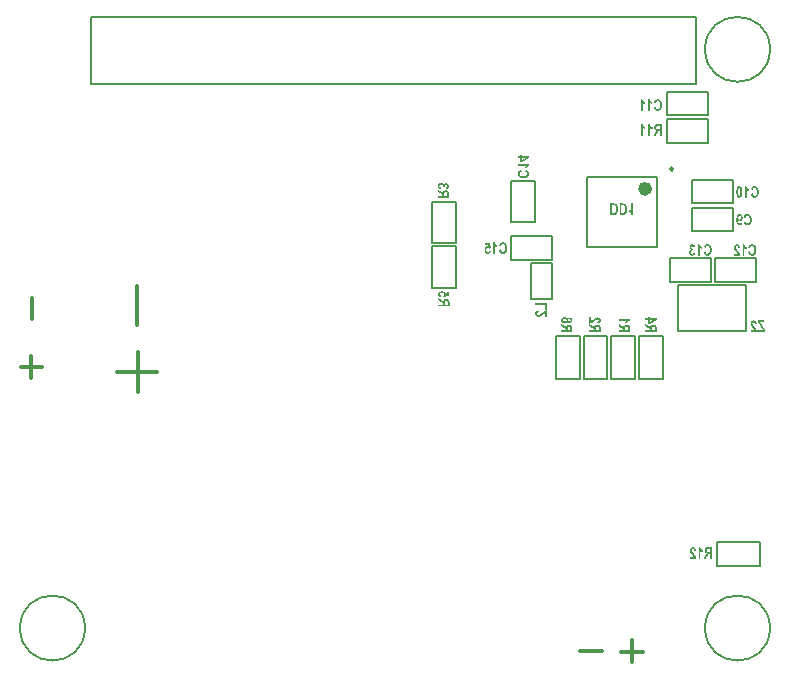
<source format=gbo>
G04 Layer_Color=32896*
%FSLAX43Y43*%
%MOMM*%
G71*
G01*
G75*
%ADD10C,0.300*%
%ADD12C,0.200*%
%ADD32C,0.600*%
%ADD51C,0.250*%
%ADD52C,0.150*%
G36*
X49150Y29144D02*
X49169Y29134D01*
X49189Y29124D01*
X49206Y29114D01*
X49222Y29106D01*
X49236Y29097D01*
X49248Y29090D01*
X49269Y29077D01*
X49285Y29068D01*
X49296Y29059D01*
X49303Y29055D01*
X49305Y29053D01*
X49320Y29041D01*
X49336Y29027D01*
X49350Y29013D01*
X49361Y29000D01*
X49371Y28989D01*
X49378Y28979D01*
X49384Y28973D01*
X49385Y28970D01*
X49394Y29006D01*
X49405Y29035D01*
X49419Y29062D01*
X49434Y29083D01*
X49447Y29100D01*
X49458Y29113D01*
X49467Y29120D01*
X49468Y29123D01*
X49470D01*
X49498Y29141D01*
X49527Y29155D01*
X49557Y29165D01*
X49585Y29170D01*
X49611Y29175D01*
X49622Y29176D01*
X49632D01*
X49639Y29177D01*
X49650D01*
X49682Y29176D01*
X49711Y29172D01*
X49737Y29166D01*
X49760Y29161D01*
X49777Y29154D01*
X49791Y29148D01*
X49799Y29144D01*
X49802Y29142D01*
X49825Y29128D01*
X49843Y29113D01*
X49859Y29099D01*
X49870Y29084D01*
X49880Y29072D01*
X49887Y29062D01*
X49890Y29055D01*
X49891Y29052D01*
X49895Y29041D01*
X49900Y29028D01*
X49907Y29000D01*
X49911Y28970D01*
X49915Y28941D01*
X49917Y28914D01*
Y28901D01*
X49918Y28891D01*
Y28883D01*
Y28876D01*
Y28872D01*
Y28870D01*
Y28537D01*
X48965D01*
Y28695D01*
X49362D01*
Y28726D01*
Y28746D01*
X49361Y28762D01*
X49360Y28776D01*
X49357Y28787D01*
X49355Y28795D01*
X49353Y28801D01*
X49351Y28804D01*
Y28805D01*
X49347Y28815D01*
X49340Y28824D01*
X49327Y28838D01*
X49322Y28843D01*
X49316Y28848D01*
X49313Y28850D01*
X49312Y28852D01*
X49306Y28856D01*
X49298Y28862D01*
X49289Y28869D01*
X49279Y28874D01*
X49255Y28889D01*
X49231Y28903D01*
X49209Y28915D01*
X49199Y28921D01*
X49191Y28927D01*
X49183Y28931D01*
X49178Y28934D01*
X49174Y28936D01*
X49172D01*
X48965Y29049D01*
Y29240D01*
X49150Y29144D01*
D02*
G37*
G36*
X61696Y38554D02*
X61714Y38552D01*
X61731Y38547D01*
X61748Y38542D01*
X61779Y38528D01*
X61804Y38512D01*
X61825Y38497D01*
X61834Y38488D01*
X61841Y38482D01*
X61847Y38477D01*
X61851Y38473D01*
X61852Y38470D01*
X61854Y38468D01*
X61866Y38451D01*
X61878Y38433D01*
X61887Y38415D01*
X61895Y38395D01*
X61909Y38356D01*
X61917Y38319D01*
X61920Y38301D01*
X61921Y38285D01*
X61923Y38270D01*
X61924Y38258D01*
X61926Y38247D01*
Y38240D01*
Y38234D01*
Y38233D01*
X61924Y38208D01*
X61923Y38182D01*
X61920Y38160D01*
X61914Y38138D01*
X61910Y38119D01*
X61904Y38099D01*
X61897Y38082D01*
X61892Y38068D01*
X61885Y38054D01*
X61879Y38041D01*
X61873Y38031D01*
X61868Y38023D01*
X61864Y38016D01*
X61861Y38012D01*
X61859Y38009D01*
X61858Y38007D01*
X61845Y37992D01*
X61831Y37979D01*
X61817Y37968D01*
X61804Y37958D01*
X61790Y37951D01*
X61778Y37944D01*
X61754Y37934D01*
X61731Y37927D01*
X61723Y37926D01*
X61715Y37924D01*
X61708Y37923D01*
X61700D01*
X61684Y37924D01*
X61669Y37926D01*
X61656Y37928D01*
X61644Y37933D01*
X61635Y37937D01*
X61627Y37940D01*
X61622Y37941D01*
X61621Y37943D01*
X61608Y37951D01*
X61596Y37961D01*
X61586Y37969D01*
X61576Y37979D01*
X61569Y37988D01*
X61562Y37995D01*
X61559Y38000D01*
X61558Y38002D01*
X61559Y37974D01*
X61562Y37947D01*
X61565Y37923D01*
X61569Y37900D01*
X61572Y37881D01*
X61576Y37864D01*
X61579Y37848D01*
X61583Y37834D01*
X61586Y37823D01*
X61589Y37813D01*
X61591Y37804D01*
X61594Y37799D01*
X61597Y37793D01*
X61598Y37790D01*
X61600Y37787D01*
X61613Y37771D01*
X61625Y37758D01*
X61639Y37748D01*
X61652Y37742D01*
X61663Y37738D01*
X61672Y37737D01*
X61677Y37735D01*
X61680D01*
X61693Y37737D01*
X61706Y37740D01*
X61715Y37745D01*
X61725Y37752D01*
X61739Y37769D01*
X61751Y37789D01*
X61758Y37807D01*
X61762Y37824D01*
X61763Y37831D01*
X61765Y37837D01*
Y37840D01*
Y37841D01*
X61910Y37821D01*
X61907Y37799D01*
X61903Y37779D01*
X61897Y37759D01*
X61892Y37742D01*
X61886Y37725D01*
X61880Y37711D01*
X61873Y37699D01*
X61868Y37686D01*
X61862Y37676D01*
X61856Y37668D01*
X61847Y37654D01*
X61840Y37645D01*
X61837Y37642D01*
X61814Y37623D01*
X61789Y37608D01*
X61765Y37599D01*
X61742Y37592D01*
X61721Y37587D01*
X61704Y37586D01*
X61699Y37584D01*
X61690D01*
X61666Y37586D01*
X61645Y37590D01*
X61624Y37596D01*
X61604Y37603D01*
X61569Y37621D01*
X61553Y37631D01*
X61539Y37642D01*
X61527Y37652D01*
X61515Y37662D01*
X61505Y37672D01*
X61497Y37680D01*
X61491Y37689D01*
X61487Y37694D01*
X61484Y37697D01*
X61483Y37699D01*
X61469Y37721D01*
X61456Y37748D01*
X61446Y37776D01*
X61436Y37806D01*
X61428Y37837D01*
X61422Y37868D01*
X61412Y37930D01*
X61410Y37959D01*
X61407Y37986D01*
X61405Y38010D01*
X61404Y38033D01*
X61403Y38050D01*
Y38064D01*
Y38072D01*
Y38074D01*
Y38075D01*
X61404Y38122D01*
X61405Y38165D01*
X61410Y38205D01*
X61415Y38241D01*
X61421Y38275D01*
X61427Y38305D01*
X61434Y38333D01*
X61441Y38357D01*
X61449Y38378D01*
X61456Y38395D01*
X61462Y38411D01*
X61467Y38423D01*
X61473Y38433D01*
X61477Y38439D01*
X61479Y38443D01*
X61480Y38444D01*
X61496Y38464D01*
X61511Y38481D01*
X61527Y38497D01*
X61544Y38509D01*
X61560Y38519D01*
X61576Y38529D01*
X61591Y38536D01*
X61607Y38542D01*
X61634Y38550D01*
X61646Y38553D01*
X61656Y38554D01*
X61665Y38556D01*
X61676D01*
X61696Y38554D01*
D02*
G37*
G36*
X57712Y35996D02*
X57743Y35989D01*
X57771Y35979D01*
X57793Y35969D01*
X57812Y35958D01*
X57826Y35948D01*
X57834Y35941D01*
X57836Y35939D01*
X57837Y35938D01*
X57848Y35927D01*
X57858Y35913D01*
X57877Y35883D01*
X57891Y35852D01*
X57902Y35821D01*
X57910Y35793D01*
X57913Y35781D01*
X57916Y35770D01*
X57917Y35762D01*
X57919Y35755D01*
X57920Y35750D01*
Y35749D01*
X57782Y35721D01*
X57779Y35743D01*
X57775Y35762D01*
X57769Y35779D01*
X57764Y35791D01*
X57758Y35801D01*
X57754Y35810D01*
X57751Y35814D01*
X57750Y35815D01*
X57738Y35827D01*
X57727Y35834D01*
X57716Y35839D01*
X57706Y35843D01*
X57698Y35846D01*
X57689Y35848D01*
X57683D01*
X57669Y35846D01*
X57657Y35843D01*
X57645Y35839D01*
X57637Y35834D01*
X57630Y35828D01*
X57624Y35824D01*
X57621Y35821D01*
X57620Y35820D01*
X57612Y35808D01*
X57606Y35796D01*
X57600Y35783D01*
X57597Y35772D01*
X57596Y35760D01*
X57595Y35752D01*
Y35746D01*
Y35743D01*
X57596Y35722D01*
X57600Y35704D01*
X57606Y35688D01*
X57612Y35676D01*
X57617Y35666D01*
X57623Y35657D01*
X57627Y35653D01*
X57628Y35652D01*
X57643Y35642D01*
X57657Y35633D01*
X57672Y35629D01*
X57688Y35625D01*
X57700Y35624D01*
X57712Y35622D01*
X57722D01*
X57737Y35473D01*
X57723Y35477D01*
X57710Y35481D01*
X57698Y35484D01*
X57688Y35485D01*
X57681Y35487D01*
X57669D01*
X57654Y35485D01*
X57640Y35481D01*
X57627Y35474D01*
X57616Y35467D01*
X57607Y35459D01*
X57600Y35453D01*
X57596Y35447D01*
X57595Y35446D01*
X57585Y35430D01*
X57576Y35412D01*
X57571Y35394D01*
X57568Y35377D01*
X57565Y35361D01*
X57564Y35349D01*
Y35340D01*
Y35339D01*
Y35337D01*
X57565Y35311D01*
X57569Y35288D01*
X57574Y35267D01*
X57579Y35251D01*
X57586Y35237D01*
X57590Y35229D01*
X57595Y35222D01*
X57596Y35220D01*
X57609Y35206D01*
X57621Y35196D01*
X57636Y35189D01*
X57648Y35185D01*
X57658Y35182D01*
X57667Y35180D01*
X57675D01*
X57691Y35181D01*
X57705Y35185D01*
X57717Y35191D01*
X57727Y35198D01*
X57736Y35203D01*
X57743Y35209D01*
X57747Y35213D01*
X57748Y35215D01*
X57758Y35229D01*
X57767Y35246D01*
X57774Y35263D01*
X57778Y35280D01*
X57782Y35295D01*
X57784Y35306D01*
X57785Y35315D01*
Y35316D01*
Y35318D01*
X57930Y35297D01*
X57923Y35251D01*
X57913Y35213D01*
X57906Y35195D01*
X57899Y35180D01*
X57892Y35164D01*
X57885Y35151D01*
X57878Y35139D01*
X57871Y35129D01*
X57865Y35120D01*
X57860Y35112D01*
X57855Y35106D01*
X57851Y35102D01*
X57850Y35101D01*
X57848Y35099D01*
X57834Y35086D01*
X57820Y35075D01*
X57806Y35065D01*
X57791Y35058D01*
X57761Y35044D01*
X57734Y35036D01*
X57710Y35032D01*
X57699Y35030D01*
X57691Y35029D01*
X57683Y35027D01*
X57674D01*
X57654Y35029D01*
X57636Y35032D01*
X57617Y35036D01*
X57599Y35040D01*
X57568Y35054D01*
X57541Y35070D01*
X57519Y35085D01*
X57510Y35092D01*
X57503Y35099D01*
X57497Y35103D01*
X57492Y35108D01*
X57490Y35110D01*
X57489Y35112D01*
X57475Y35129D01*
X57462Y35146D01*
X57452Y35164D01*
X57444Y35182D01*
X57430Y35218D01*
X57420Y35251D01*
X57417Y35268D01*
X57414Y35282D01*
X57413Y35295D01*
X57411Y35306D01*
X57410Y35315D01*
Y35322D01*
Y35326D01*
Y35328D01*
X57411Y35360D01*
X57417Y35390D01*
X57423Y35415D01*
X57431Y35436D01*
X57438Y35453D01*
X57445Y35466D01*
X57451Y35474D01*
X57452Y35477D01*
X57469Y35498D01*
X57486Y35515D01*
X57503Y35528D01*
X57520Y35539D01*
X57535Y35546D01*
X57547Y35550D01*
X57555Y35553D01*
X57557Y35555D01*
X57558D01*
X57538Y35569D01*
X57521Y35584D01*
X57506Y35600D01*
X57495Y35612D01*
X57485Y35625D01*
X57479Y35633D01*
X57475Y35639D01*
X57473Y35642D01*
X57464Y35662D01*
X57457Y35681D01*
X57451Y35700D01*
X57448Y35718D01*
X57445Y35732D01*
X57444Y35745D01*
Y35752D01*
Y35755D01*
Y35772D01*
X57447Y35789D01*
X57454Y35820D01*
X57464Y35848D01*
X57475Y35873D01*
X57488Y35894D01*
X57493Y35903D01*
X57497Y35910D01*
X57502Y35915D01*
X57504Y35920D01*
X57506Y35921D01*
X57507Y35922D01*
X57520Y35937D01*
X57533Y35948D01*
X57547Y35958D01*
X57561Y35966D01*
X57589Y35980D01*
X57616Y35989D01*
X57641Y35994D01*
X57651Y35996D01*
X57660Y35997D01*
X57668Y35999D01*
X57695D01*
X57712Y35996D01*
D02*
G37*
G36*
X58978Y36010D02*
X59006Y36006D01*
X59031Y36000D01*
X59057Y35993D01*
X59079Y35983D01*
X59100Y35973D01*
X59120Y35962D01*
X59137Y35952D01*
X59152Y35941D01*
X59166Y35929D01*
X59178Y35920D01*
X59188Y35910D01*
X59195Y35903D01*
X59200Y35897D01*
X59203Y35893D01*
X59205Y35891D01*
X59224Y35865D01*
X59241Y35835D01*
X59255Y35805D01*
X59268Y35774D01*
X59279Y35742D01*
X59288Y35711D01*
X59295Y35680D01*
X59300Y35649D01*
X59305Y35621D01*
X59309Y35595D01*
X59312Y35571D01*
X59313Y35550D01*
Y35535D01*
X59314Y35522D01*
Y35514D01*
Y35512D01*
Y35511D01*
X59313Y35468D01*
X59310Y35429D01*
X59305Y35391D01*
X59298Y35356D01*
X59289Y35323D01*
X59281Y35294D01*
X59271Y35266D01*
X59260Y35242D01*
X59250Y35219D01*
X59240Y35199D01*
X59231Y35182D01*
X59223Y35170D01*
X59216Y35158D01*
X59210Y35150D01*
X59207Y35146D01*
X59206Y35144D01*
X59188Y35123D01*
X59168Y35106D01*
X59148Y35091D01*
X59127Y35077D01*
X59106Y35065D01*
X59086Y35055D01*
X59066Y35048D01*
X59047Y35041D01*
X59028Y35037D01*
X59011Y35033D01*
X58996Y35032D01*
X58983Y35029D01*
X58972D01*
X58965Y35027D01*
X58958D01*
X58935Y35029D01*
X58914Y35030D01*
X58875Y35039D01*
X58839Y35050D01*
X58824Y35057D01*
X58810Y35064D01*
X58797Y35071D01*
X58786Y35078D01*
X58776Y35084D01*
X58769Y35089D01*
X58762Y35094D01*
X58758Y35098D01*
X58755Y35099D01*
X58753Y35101D01*
X58738Y35116D01*
X58724Y35132D01*
X58700Y35168D01*
X58679Y35208D01*
X58662Y35246D01*
X58655Y35264D01*
X58649Y35281D01*
X58645Y35297D01*
X58641Y35309D01*
X58638Y35320D01*
X58635Y35329D01*
X58634Y35335D01*
Y35336D01*
X58787Y35395D01*
X58796Y35357D01*
X58807Y35326D01*
X58817Y35299D01*
X58828Y35278D01*
X58838Y35261D01*
X58846Y35250D01*
X58852Y35243D01*
X58854Y35240D01*
X58870Y35225D01*
X58889Y35212D01*
X58907Y35203D01*
X58924Y35198D01*
X58938Y35195D01*
X58951Y35194D01*
X58958Y35192D01*
X58961D01*
X58976Y35194D01*
X58990Y35195D01*
X59018Y35203D01*
X59041Y35216D01*
X59061Y35230D01*
X59078Y35243D01*
X59089Y35256D01*
X59096Y35264D01*
X59099Y35266D01*
Y35267D01*
X59107Y35282D01*
X59116Y35299D01*
X59123Y35319D01*
X59128Y35339D01*
X59138Y35381D01*
X59144Y35423D01*
X59147Y35443D01*
X59148Y35461D01*
X59150Y35478D01*
Y35492D01*
X59151Y35505D01*
Y35514D01*
Y35521D01*
Y35522D01*
Y35553D01*
X59148Y35583D01*
X59145Y35609D01*
X59143Y35633D01*
X59138Y35656D01*
X59134Y35677D01*
X59130Y35695D01*
X59124Y35711D01*
X59119Y35725D01*
X59114Y35738D01*
X59110Y35748D01*
X59106Y35756D01*
X59102Y35762D01*
X59100Y35767D01*
X59097Y35769D01*
Y35770D01*
X59086Y35784D01*
X59075Y35796D01*
X59064Y35805D01*
X59052Y35814D01*
X59028Y35828D01*
X59006Y35836D01*
X58986Y35842D01*
X58971Y35845D01*
X58965Y35846D01*
X58956D01*
X58934Y35845D01*
X58914Y35839D01*
X58897Y35834D01*
X58882Y35825D01*
X58869Y35818D01*
X58859Y35811D01*
X58854Y35805D01*
X58852Y35804D01*
X58837Y35787D01*
X58824Y35769D01*
X58813Y35749D01*
X58804Y35729D01*
X58799Y35712D01*
X58794Y35698D01*
X58793Y35693D01*
Y35688D01*
X58792Y35687D01*
Y35686D01*
X58635Y35731D01*
X58641Y35753D01*
X58648Y35774D01*
X58655Y35794D01*
X58662Y35814D01*
X58670Y35831D01*
X58677Y35846D01*
X58686Y35859D01*
X58693Y35872D01*
X58700Y35883D01*
X58707Y35893D01*
X58713Y35901D01*
X58718Y35908D01*
X58722Y35913D01*
X58725Y35917D01*
X58727Y35920D01*
X58728D01*
X58745Y35935D01*
X58763Y35949D01*
X58782Y35962D01*
X58800Y35973D01*
X58818Y35982D01*
X58837Y35989D01*
X58872Y36000D01*
X58887Y36004D01*
X58901Y36007D01*
X58914Y36008D01*
X58925Y36010D01*
X58935Y36011D01*
X58948D01*
X58978Y36010D01*
D02*
G37*
G36*
X58281Y35968D02*
X58295Y35939D01*
X58311Y35914D01*
X58326Y35893D01*
X58340Y35875D01*
X58352Y35860D01*
X58360Y35852D01*
X58362Y35851D01*
X58363Y35849D01*
X58388Y35827D01*
X58412Y35808D01*
X58433Y35793D01*
X58453Y35780D01*
X58470Y35772D01*
X58481Y35765D01*
X58490Y35762D01*
X58491Y35760D01*
X58493D01*
Y35594D01*
X58453Y35612D01*
X58415Y35633D01*
X58383Y35657D01*
X58354Y35680D01*
X58342Y35690D01*
X58331Y35700D01*
X58321Y35710D01*
X58314Y35717D01*
X58307Y35724D01*
X58302Y35728D01*
X58300Y35731D01*
X58298Y35732D01*
Y35043D01*
X58147D01*
Y35999D01*
X58270D01*
X58281Y35968D01*
D02*
G37*
G36*
X49695Y29795D02*
X49729Y29788D01*
X49760Y29778D01*
X49787Y29767D01*
X49809Y29754D01*
X49819Y29748D01*
X49826Y29744D01*
X49832Y29740D01*
X49836Y29737D01*
X49839Y29736D01*
X49840Y29734D01*
X49854Y29722D01*
X49867Y29709D01*
X49877Y29695D01*
X49887Y29679D01*
X49895Y29664D01*
X49901Y29648D01*
X49911Y29619D01*
X49917Y29591D01*
X49918Y29579D01*
X49919Y29568D01*
X49921Y29560D01*
Y29554D01*
Y29550D01*
Y29548D01*
X49919Y29528D01*
X49918Y29509D01*
X49909Y29474D01*
X49900Y29443D01*
X49887Y29417D01*
X49874Y29396D01*
X49867Y29389D01*
X49863Y29382D01*
X49859Y29376D01*
X49854Y29372D01*
X49853Y29371D01*
X49852Y29369D01*
X49838Y29357D01*
X49823Y29347D01*
X49790Y29328D01*
X49754Y29314D01*
X49721Y29304D01*
X49704Y29300D01*
X49688Y29296D01*
X49674Y29294D01*
X49663Y29292D01*
X49653Y29290D01*
X49646D01*
X49640Y29289D01*
X49639D01*
X49619Y29438D01*
X49646Y29441D01*
X49668Y29445D01*
X49688Y29451D01*
X49705Y29458D01*
X49721Y29466D01*
X49732Y29475D01*
X49742Y29485D01*
X49750Y29495D01*
X49756Y29505D01*
X49760Y29513D01*
X49766Y29530D01*
X49767Y29536D01*
X49768Y29541D01*
Y29544D01*
Y29545D01*
X49767Y29561D01*
X49763Y29576D01*
X49759Y29589D01*
X49753Y29599D01*
X49746Y29607D01*
X49742Y29613D01*
X49737Y29617D01*
X49736Y29619D01*
X49723Y29629D01*
X49708Y29636D01*
X49692Y29640D01*
X49677Y29644D01*
X49663Y29646D01*
X49651Y29647D01*
X49642D01*
X49620Y29646D01*
X49599Y29641D01*
X49580Y29636D01*
X49563Y29630D01*
X49547Y29624D01*
X49536Y29619D01*
X49529Y29614D01*
X49526Y29613D01*
X49518Y29607D01*
X49508Y29600D01*
X49485Y29583D01*
X49461Y29564D01*
X49436Y29543D01*
X49412Y29523D01*
X49401Y29514D01*
X49392Y29506D01*
X49385Y29500D01*
X49379Y29495D01*
X49375Y29492D01*
X49374Y29490D01*
X49348Y29468D01*
X49323Y29448D01*
X49300Y29428D01*
X49279Y29412D01*
X49258Y29396D01*
X49240Y29383D01*
X49223Y29371D01*
X49207Y29361D01*
X49193Y29351D01*
X49182Y29342D01*
X49171Y29337D01*
X49162Y29331D01*
X49155Y29327D01*
X49151Y29326D01*
X49148Y29323D01*
X49147D01*
X49114Y29309D01*
X49082Y29297D01*
X49051Y29287D01*
X49024Y29282D01*
X49000Y29278D01*
X48990Y29275D01*
X48982Y29273D01*
X48975D01*
X48969Y29272D01*
X48965D01*
Y29798D01*
X49134D01*
Y29499D01*
X49152Y29509D01*
X49168Y29519D01*
X49174Y29523D01*
X49179Y29527D01*
X49182Y29528D01*
X49183Y29530D01*
X49196Y29540D01*
X49212Y29552D01*
X49229Y29568D01*
X49247Y29583D01*
X49264Y29598D01*
X49278Y29610D01*
X49284Y29614D01*
X49288Y29619D01*
X49289Y29620D01*
X49291Y29622D01*
X49322Y29648D01*
X49350Y29671D01*
X49374Y29691D01*
X49395Y29706D01*
X49410Y29717D01*
X49423Y29726D01*
X49430Y29730D01*
X49433Y29732D01*
X49454Y29743D01*
X49474Y29754D01*
X49492Y29763D01*
X49509Y29770D01*
X49523Y29774D01*
X49533Y29778D01*
X49540Y29781D01*
X49543D01*
X49564Y29786D01*
X49584Y29791D01*
X49604Y29794D01*
X49620Y29796D01*
X49636D01*
X49647Y29798D01*
X49677D01*
X49695Y29795D01*
D02*
G37*
G36*
X53885Y29144D02*
X53904Y29134D01*
X53924Y29124D01*
X53941Y29114D01*
X53957Y29106D01*
X53971Y29097D01*
X53983Y29090D01*
X54004Y29077D01*
X54020Y29068D01*
X54031Y29059D01*
X54038Y29055D01*
X54040Y29053D01*
X54055Y29041D01*
X54071Y29027D01*
X54085Y29013D01*
X54096Y29000D01*
X54106Y28989D01*
X54113Y28979D01*
X54119Y28973D01*
X54120Y28970D01*
X54129Y29006D01*
X54140Y29035D01*
X54154Y29062D01*
X54169Y29083D01*
X54182Y29100D01*
X54193Y29113D01*
X54202Y29120D01*
X54203Y29123D01*
X54205D01*
X54233Y29141D01*
X54262Y29155D01*
X54292Y29165D01*
X54320Y29170D01*
X54346Y29175D01*
X54357Y29176D01*
X54367D01*
X54374Y29177D01*
X54385D01*
X54418Y29176D01*
X54446Y29172D01*
X54473Y29166D01*
X54495Y29161D01*
X54512Y29154D01*
X54526Y29148D01*
X54535Y29144D01*
X54537Y29142D01*
X54560Y29128D01*
X54578Y29113D01*
X54594Y29099D01*
X54605Y29084D01*
X54615Y29072D01*
X54622Y29062D01*
X54625Y29055D01*
X54626Y29052D01*
X54630Y29041D01*
X54635Y29028D01*
X54642Y29000D01*
X54646Y28970D01*
X54650Y28941D01*
X54652Y28914D01*
Y28901D01*
X54653Y28891D01*
Y28883D01*
Y28876D01*
Y28872D01*
Y28870D01*
Y28537D01*
X53700D01*
Y28695D01*
X54098D01*
Y28726D01*
Y28746D01*
X54096Y28762D01*
X54095Y28776D01*
X54092Y28787D01*
X54090Y28795D01*
X54088Y28801D01*
X54086Y28804D01*
Y28805D01*
X54082Y28815D01*
X54075Y28824D01*
X54062Y28838D01*
X54057Y28843D01*
X54051Y28848D01*
X54048Y28850D01*
X54047Y28852D01*
X54041Y28856D01*
X54033Y28862D01*
X54024Y28869D01*
X54014Y28874D01*
X53990Y28889D01*
X53966Y28903D01*
X53944Y28915D01*
X53934Y28921D01*
X53926Y28927D01*
X53918Y28931D01*
X53913Y28934D01*
X53909Y28936D01*
X53907D01*
X53700Y29049D01*
Y29240D01*
X53885Y29144D01*
D02*
G37*
G36*
X57753Y10343D02*
X57772Y10341D01*
X57808Y10333D01*
X57839Y10323D01*
X57864Y10310D01*
X57885Y10298D01*
X57892Y10290D01*
X57899Y10286D01*
X57905Y10282D01*
X57909Y10278D01*
X57911Y10276D01*
X57912Y10275D01*
X57925Y10261D01*
X57934Y10247D01*
X57953Y10213D01*
X57967Y10178D01*
X57977Y10144D01*
X57981Y10127D01*
X57985Y10111D01*
X57987Y10097D01*
X57989Y10086D01*
X57991Y10076D01*
Y10069D01*
X57992Y10064D01*
Y10062D01*
X57843Y10042D01*
X57840Y10069D01*
X57836Y10092D01*
X57830Y10111D01*
X57823Y10128D01*
X57815Y10144D01*
X57806Y10155D01*
X57796Y10165D01*
X57786Y10173D01*
X57777Y10179D01*
X57768Y10183D01*
X57751Y10189D01*
X57746Y10190D01*
X57740Y10192D01*
X57736D01*
X57720Y10190D01*
X57705Y10186D01*
X57692Y10182D01*
X57682Y10176D01*
X57674Y10169D01*
X57668Y10165D01*
X57664Y10161D01*
X57662Y10159D01*
X57653Y10147D01*
X57646Y10131D01*
X57641Y10116D01*
X57637Y10100D01*
X57636Y10086D01*
X57634Y10075D01*
Y10068D01*
Y10066D01*
Y10065D01*
X57636Y10044D01*
X57640Y10023D01*
X57646Y10003D01*
X57651Y9986D01*
X57657Y9970D01*
X57662Y9959D01*
X57667Y9952D01*
X57668Y9949D01*
X57674Y9941D01*
X57681Y9931D01*
X57698Y9908D01*
X57717Y9884D01*
X57739Y9859D01*
X57758Y9835D01*
X57767Y9824D01*
X57775Y9815D01*
X57781Y9808D01*
X57786Y9803D01*
X57789Y9798D01*
X57791Y9797D01*
X57813Y9772D01*
X57833Y9746D01*
X57853Y9724D01*
X57870Y9703D01*
X57885Y9681D01*
X57898Y9663D01*
X57911Y9646D01*
X57920Y9631D01*
X57930Y9617D01*
X57939Y9605D01*
X57944Y9594D01*
X57950Y9586D01*
X57954Y9579D01*
X57956Y9574D01*
X57958Y9572D01*
Y9570D01*
X57973Y9538D01*
X57984Y9505D01*
X57994Y9474D01*
X57999Y9447D01*
X58004Y9424D01*
X58006Y9414D01*
X58008Y9405D01*
Y9398D01*
X58009Y9392D01*
Y9390D01*
Y9388D01*
X57483D01*
Y9557D01*
X57782D01*
X57772Y9576D01*
X57763Y9591D01*
X57758Y9597D01*
X57754Y9603D01*
X57753Y9605D01*
X57751Y9607D01*
X57741Y9619D01*
X57729Y9635D01*
X57713Y9652D01*
X57698Y9670D01*
X57684Y9687D01*
X57671Y9701D01*
X57667Y9707D01*
X57662Y9711D01*
X57661Y9712D01*
X57660Y9714D01*
X57633Y9745D01*
X57610Y9773D01*
X57591Y9797D01*
X57575Y9818D01*
X57564Y9834D01*
X57555Y9846D01*
X57551Y9853D01*
X57550Y9856D01*
X57538Y9877D01*
X57527Y9897D01*
X57519Y9915D01*
X57512Y9932D01*
X57507Y9946D01*
X57503Y9956D01*
X57500Y9963D01*
Y9966D01*
X57495Y9987D01*
X57490Y10007D01*
X57488Y10027D01*
X57485Y10044D01*
Y10059D01*
X57483Y10071D01*
Y10078D01*
Y10080D01*
Y10100D01*
X57486Y10118D01*
X57493Y10152D01*
X57503Y10183D01*
X57514Y10210D01*
X57527Y10233D01*
X57533Y10243D01*
X57537Y10250D01*
X57541Y10255D01*
X57544Y10259D01*
X57545Y10262D01*
X57547Y10264D01*
X57560Y10278D01*
X57572Y10290D01*
X57586Y10300D01*
X57602Y10310D01*
X57617Y10319D01*
X57633Y10324D01*
X57662Y10334D01*
X57691Y10340D01*
X57702Y10341D01*
X57713Y10343D01*
X57722Y10344D01*
X57733D01*
X57753Y10343D01*
D02*
G37*
G36*
X36434Y41189D02*
X36463Y41183D01*
X36489Y41177D01*
X36510Y41169D01*
X36527Y41162D01*
X36540Y41155D01*
X36548Y41149D01*
X36551Y41148D01*
X36572Y41131D01*
X36589Y41114D01*
X36602Y41097D01*
X36613Y41080D01*
X36620Y41065D01*
X36624Y41053D01*
X36627Y41045D01*
X36628Y41043D01*
Y41042D01*
X36642Y41062D01*
X36658Y41079D01*
X36673Y41094D01*
X36686Y41105D01*
X36699Y41115D01*
X36707Y41121D01*
X36713Y41125D01*
X36716Y41127D01*
X36735Y41136D01*
X36755Y41143D01*
X36774Y41149D01*
X36792Y41152D01*
X36806Y41155D01*
X36819Y41156D01*
X36845D01*
X36862Y41153D01*
X36893Y41146D01*
X36922Y41136D01*
X36947Y41125D01*
X36968Y41112D01*
X36977Y41107D01*
X36984Y41103D01*
X36989Y41098D01*
X36993Y41096D01*
X36995Y41094D01*
X36996Y41093D01*
X37010Y41080D01*
X37022Y41067D01*
X37032Y41053D01*
X37040Y41039D01*
X37054Y41011D01*
X37063Y40984D01*
X37068Y40959D01*
X37070Y40949D01*
X37071Y40940D01*
X37072Y40932D01*
Y40926D01*
Y40924D01*
Y40922D01*
Y40905D01*
X37070Y40888D01*
X37063Y40857D01*
X37053Y40829D01*
X37043Y40807D01*
X37032Y40788D01*
X37022Y40774D01*
X37015Y40766D01*
X37013Y40764D01*
X37012Y40763D01*
X37000Y40752D01*
X36986Y40742D01*
X36957Y40723D01*
X36926Y40709D01*
X36895Y40698D01*
X36867Y40690D01*
X36855Y40687D01*
X36844Y40684D01*
X36836Y40682D01*
X36828Y40681D01*
X36824Y40680D01*
X36823D01*
X36795Y40818D01*
X36817Y40821D01*
X36836Y40825D01*
X36852Y40831D01*
X36865Y40836D01*
X36875Y40842D01*
X36883Y40846D01*
X36888Y40849D01*
X36889Y40850D01*
X36900Y40862D01*
X36907Y40873D01*
X36913Y40884D01*
X36917Y40894D01*
X36920Y40902D01*
X36922Y40911D01*
Y40915D01*
Y40917D01*
X36920Y40931D01*
X36917Y40943D01*
X36913Y40955D01*
X36907Y40963D01*
X36902Y40970D01*
X36898Y40976D01*
X36895Y40979D01*
X36893Y40980D01*
X36882Y40988D01*
X36869Y40994D01*
X36857Y41000D01*
X36845Y41002D01*
X36834Y41004D01*
X36826Y41005D01*
X36817D01*
X36796Y41004D01*
X36778Y41000D01*
X36762Y40994D01*
X36750Y40988D01*
X36740Y40983D01*
X36731Y40977D01*
X36727Y40973D01*
X36726Y40971D01*
X36716Y40957D01*
X36707Y40943D01*
X36703Y40928D01*
X36699Y40912D01*
X36697Y40900D01*
X36696Y40888D01*
Y40881D01*
Y40878D01*
X36547Y40863D01*
X36551Y40877D01*
X36555Y40890D01*
X36558Y40902D01*
X36559Y40912D01*
X36561Y40919D01*
Y40925D01*
Y40929D01*
Y40931D01*
X36559Y40946D01*
X36555Y40960D01*
X36548Y40973D01*
X36541Y40984D01*
X36532Y40993D01*
X36527Y41000D01*
X36521Y41004D01*
X36520Y41005D01*
X36504Y41015D01*
X36486Y41024D01*
X36468Y41029D01*
X36451Y41032D01*
X36435Y41035D01*
X36423Y41036D01*
X36411D01*
X36384Y41035D01*
X36362Y41031D01*
X36341Y41026D01*
X36325Y41021D01*
X36311Y41014D01*
X36303Y41010D01*
X36296Y41005D01*
X36294Y41004D01*
X36280Y40991D01*
X36270Y40979D01*
X36263Y40964D01*
X36259Y40952D01*
X36256Y40942D01*
X36253Y40933D01*
Y40926D01*
Y40925D01*
X36255Y40909D01*
X36259Y40895D01*
X36265Y40883D01*
X36272Y40873D01*
X36277Y40864D01*
X36283Y40857D01*
X36287Y40853D01*
X36289Y40852D01*
X36303Y40842D01*
X36320Y40833D01*
X36337Y40826D01*
X36353Y40822D01*
X36369Y40818D01*
X36380Y40816D01*
X36389Y40815D01*
X36391D01*
X36370Y40670D01*
X36325Y40677D01*
X36287Y40687D01*
X36269Y40694D01*
X36253Y40701D01*
X36238Y40708D01*
X36225Y40715D01*
X36212Y40722D01*
X36203Y40729D01*
X36194Y40735D01*
X36186Y40740D01*
X36180Y40745D01*
X36176Y40749D01*
X36174Y40750D01*
X36173Y40752D01*
X36160Y40766D01*
X36149Y40780D01*
X36139Y40794D01*
X36132Y40809D01*
X36118Y40839D01*
X36110Y40866D01*
X36105Y40890D01*
X36104Y40901D01*
X36103Y40909D01*
X36101Y40917D01*
Y40922D01*
Y40925D01*
Y40926D01*
X36103Y40946D01*
X36105Y40964D01*
X36110Y40983D01*
X36114Y41001D01*
X36128Y41032D01*
X36143Y41059D01*
X36159Y41081D01*
X36166Y41090D01*
X36173Y41097D01*
X36177Y41103D01*
X36181Y41108D01*
X36184Y41110D01*
X36186Y41111D01*
X36203Y41125D01*
X36220Y41138D01*
X36238Y41148D01*
X36256Y41156D01*
X36291Y41170D01*
X36325Y41180D01*
X36342Y41183D01*
X36356Y41186D01*
X36369Y41187D01*
X36380Y41189D01*
X36389Y41190D01*
X36401D01*
X36434Y41189D01*
D02*
G37*
G36*
X36301Y40527D02*
X36321Y40518D01*
X36341Y40508D01*
X36358Y40498D01*
X36373Y40489D01*
X36387Y40481D01*
X36400Y40474D01*
X36421Y40461D01*
X36437Y40451D01*
X36448Y40443D01*
X36455Y40439D01*
X36456Y40437D01*
X36472Y40425D01*
X36487Y40410D01*
X36501Y40396D01*
X36513Y40384D01*
X36523Y40372D01*
X36530Y40362D01*
X36535Y40357D01*
X36537Y40354D01*
X36545Y40389D01*
X36556Y40419D01*
X36571Y40446D01*
X36586Y40467D01*
X36599Y40484D01*
X36610Y40496D01*
X36618Y40503D01*
X36620Y40506D01*
X36621D01*
X36649Y40525D01*
X36679Y40539D01*
X36709Y40549D01*
X36737Y40554D01*
X36762Y40558D01*
X36774Y40560D01*
X36783D01*
X36790Y40561D01*
X36802D01*
X36834Y40560D01*
X36862Y40556D01*
X36889Y40550D01*
X36912Y40544D01*
X36929Y40537D01*
X36943Y40532D01*
X36951Y40527D01*
X36954Y40526D01*
X36977Y40512D01*
X36995Y40496D01*
X37010Y40482D01*
X37022Y40468D01*
X37032Y40456D01*
X37039Y40446D01*
X37041Y40439D01*
X37043Y40436D01*
X37047Y40425D01*
X37051Y40412D01*
X37058Y40384D01*
X37063Y40354D01*
X37067Y40324D01*
X37068Y40298D01*
Y40285D01*
X37070Y40275D01*
Y40267D01*
Y40260D01*
Y40255D01*
Y40254D01*
Y39921D01*
X36117D01*
Y40079D01*
X36514D01*
Y40110D01*
Y40130D01*
X36513Y40145D01*
X36511Y40160D01*
X36508Y40171D01*
X36507Y40179D01*
X36504Y40185D01*
X36503Y40188D01*
Y40189D01*
X36499Y40199D01*
X36492Y40207D01*
X36479Y40222D01*
X36473Y40227D01*
X36468Y40231D01*
X36465Y40234D01*
X36463Y40236D01*
X36458Y40240D01*
X36449Y40245D01*
X36441Y40253D01*
X36431Y40258D01*
X36407Y40272D01*
X36383Y40286D01*
X36360Y40299D01*
X36351Y40305D01*
X36342Y40310D01*
X36335Y40315D01*
X36329Y40317D01*
X36325Y40320D01*
X36324D01*
X36117Y40433D01*
Y40623D01*
X36301Y40527D01*
D02*
G37*
G36*
X62358Y38567D02*
X62387Y38563D01*
X62412Y38557D01*
X62437Y38550D01*
X62460Y38540D01*
X62481Y38530D01*
X62501Y38519D01*
X62518Y38509D01*
X62533Y38498D01*
X62547Y38487D01*
X62558Y38477D01*
X62568Y38467D01*
X62575Y38460D01*
X62581Y38454D01*
X62584Y38450D01*
X62585Y38449D01*
X62605Y38422D01*
X62622Y38392D01*
X62636Y38363D01*
X62649Y38332D01*
X62660Y38299D01*
X62668Y38268D01*
X62675Y38237D01*
X62681Y38206D01*
X62685Y38178D01*
X62690Y38153D01*
X62692Y38129D01*
X62694Y38107D01*
Y38092D01*
X62695Y38079D01*
Y38071D01*
Y38069D01*
Y38068D01*
X62694Y38026D01*
X62691Y37986D01*
X62685Y37948D01*
X62678Y37913D01*
X62670Y37881D01*
X62661Y37851D01*
X62652Y37823D01*
X62640Y37799D01*
X62630Y37776D01*
X62621Y37756D01*
X62612Y37740D01*
X62604Y37727D01*
X62597Y37716D01*
X62591Y37707D01*
X62588Y37703D01*
X62587Y37701D01*
X62568Y37680D01*
X62549Y37663D01*
X62529Y37648D01*
X62508Y37634D01*
X62487Y37623D01*
X62467Y37613D01*
X62447Y37606D01*
X62427Y37599D01*
X62409Y37594D01*
X62392Y37590D01*
X62377Y37589D01*
X62364Y37586D01*
X62353D01*
X62346Y37584D01*
X62339D01*
X62316Y37586D01*
X62295Y37587D01*
X62255Y37596D01*
X62220Y37607D01*
X62205Y37614D01*
X62191Y37621D01*
X62178Y37628D01*
X62167Y37635D01*
X62157Y37641D01*
X62150Y37646D01*
X62143Y37651D01*
X62138Y37655D01*
X62136Y37656D01*
X62134Y37658D01*
X62119Y37673D01*
X62105Y37689D01*
X62081Y37725D01*
X62059Y37765D01*
X62043Y37803D01*
X62035Y37821D01*
X62030Y37838D01*
X62026Y37854D01*
X62021Y37866D01*
X62019Y37878D01*
X62016Y37886D01*
X62014Y37892D01*
Y37893D01*
X62168Y37952D01*
X62176Y37914D01*
X62188Y37883D01*
X62198Y37857D01*
X62209Y37835D01*
X62219Y37818D01*
X62227Y37807D01*
X62233Y37800D01*
X62234Y37797D01*
X62251Y37782D01*
X62270Y37769D01*
X62288Y37761D01*
X62305Y37755D01*
X62319Y37752D01*
X62332Y37751D01*
X62339Y37749D01*
X62341D01*
X62357Y37751D01*
X62371Y37752D01*
X62399Y37761D01*
X62422Y37773D01*
X62441Y37787D01*
X62458Y37800D01*
X62470Y37813D01*
X62477Y37821D01*
X62480Y37823D01*
Y37824D01*
X62488Y37840D01*
X62496Y37857D01*
X62504Y37876D01*
X62509Y37896D01*
X62519Y37938D01*
X62525Y37981D01*
X62527Y38000D01*
X62529Y38019D01*
X62530Y38036D01*
Y38050D01*
X62532Y38062D01*
Y38071D01*
Y38078D01*
Y38079D01*
Y38110D01*
X62529Y38140D01*
X62526Y38167D01*
X62523Y38191D01*
X62519Y38213D01*
X62515Y38234D01*
X62511Y38253D01*
X62505Y38268D01*
X62499Y38282D01*
X62495Y38295D01*
X62491Y38305D01*
X62487Y38313D01*
X62482Y38319D01*
X62481Y38325D01*
X62478Y38326D01*
Y38327D01*
X62467Y38341D01*
X62456Y38353D01*
X62444Y38363D01*
X62433Y38371D01*
X62409Y38385D01*
X62387Y38394D01*
X62367Y38399D01*
X62351Y38402D01*
X62346Y38404D01*
X62337D01*
X62315Y38402D01*
X62295Y38396D01*
X62278Y38391D01*
X62262Y38382D01*
X62250Y38375D01*
X62240Y38368D01*
X62234Y38363D01*
X62233Y38361D01*
X62217Y38344D01*
X62205Y38326D01*
X62193Y38306D01*
X62185Y38287D01*
X62179Y38270D01*
X62175Y38255D01*
X62174Y38250D01*
Y38246D01*
X62172Y38244D01*
Y38243D01*
X62016Y38288D01*
X62021Y38310D01*
X62028Y38332D01*
X62035Y38351D01*
X62043Y38371D01*
X62051Y38388D01*
X62058Y38404D01*
X62067Y38416D01*
X62074Y38429D01*
X62081Y38440D01*
X62088Y38450D01*
X62093Y38458D01*
X62099Y38466D01*
X62103Y38470D01*
X62106Y38474D01*
X62107Y38477D01*
X62109D01*
X62126Y38492D01*
X62144Y38506D01*
X62162Y38519D01*
X62181Y38530D01*
X62199Y38539D01*
X62217Y38546D01*
X62253Y38557D01*
X62268Y38561D01*
X62282Y38564D01*
X62295Y38566D01*
X62306Y38567D01*
X62316Y38568D01*
X62329D01*
X62358Y38567D01*
D02*
G37*
G36*
X61473Y35986D02*
X61493Y35984D01*
X61528Y35976D01*
X61559Y35966D01*
X61585Y35953D01*
X61606Y35941D01*
X61613Y35934D01*
X61620Y35929D01*
X61625Y35925D01*
X61630Y35921D01*
X61631Y35920D01*
X61632Y35918D01*
X61645Y35904D01*
X61655Y35890D01*
X61673Y35856D01*
X61687Y35821D01*
X61697Y35787D01*
X61702Y35770D01*
X61706Y35755D01*
X61707Y35741D01*
X61710Y35729D01*
X61711Y35719D01*
Y35712D01*
X61713Y35707D01*
Y35705D01*
X61563Y35686D01*
X61561Y35712D01*
X61556Y35735D01*
X61551Y35755D01*
X61544Y35772D01*
X61535Y35787D01*
X61527Y35798D01*
X61517Y35808D01*
X61507Y35817D01*
X61497Y35822D01*
X61489Y35826D01*
X61472Y35832D01*
X61466Y35834D01*
X61461Y35835D01*
X61456D01*
X61441Y35834D01*
X61425Y35829D01*
X61413Y35825D01*
X61403Y35819D01*
X61394Y35812D01*
X61389Y35808D01*
X61384Y35804D01*
X61383Y35803D01*
X61373Y35790D01*
X61366Y35774D01*
X61362Y35759D01*
X61358Y35743D01*
X61356Y35729D01*
X61355Y35718D01*
Y35711D01*
Y35709D01*
Y35708D01*
X61356Y35687D01*
X61360Y35666D01*
X61366Y35646D01*
X61372Y35629D01*
X61377Y35614D01*
X61383Y35602D01*
X61387Y35595D01*
X61389Y35592D01*
X61394Y35584D01*
X61401Y35574D01*
X61418Y35552D01*
X61438Y35528D01*
X61459Y35502D01*
X61479Y35478D01*
X61487Y35467D01*
X61496Y35459D01*
X61501Y35452D01*
X61507Y35446D01*
X61510Y35442D01*
X61511Y35440D01*
X61534Y35415D01*
X61554Y35389D01*
X61573Y35367D01*
X61590Y35346D01*
X61606Y35325D01*
X61618Y35306D01*
X61631Y35289D01*
X61641Y35274D01*
X61651Y35260D01*
X61659Y35249D01*
X61665Y35237D01*
X61671Y35229D01*
X61675Y35222D01*
X61676Y35218D01*
X61679Y35215D01*
Y35213D01*
X61693Y35181D01*
X61704Y35148D01*
X61714Y35117D01*
X61720Y35091D01*
X61724Y35067D01*
X61727Y35057D01*
X61728Y35048D01*
Y35041D01*
X61730Y35036D01*
Y35033D01*
Y35031D01*
X61204D01*
Y35201D01*
X61503D01*
X61493Y35219D01*
X61483Y35234D01*
X61479Y35240D01*
X61475Y35246D01*
X61473Y35249D01*
X61472Y35250D01*
X61462Y35263D01*
X61449Y35278D01*
X61434Y35295D01*
X61418Y35313D01*
X61404Y35330D01*
X61391Y35344D01*
X61387Y35350D01*
X61383Y35354D01*
X61382Y35356D01*
X61380Y35357D01*
X61353Y35388D01*
X61331Y35416D01*
X61311Y35440D01*
X61296Y35461D01*
X61284Y35477D01*
X61276Y35490D01*
X61272Y35497D01*
X61270Y35499D01*
X61259Y35521D01*
X61248Y35540D01*
X61239Y35559D01*
X61232Y35576D01*
X61228Y35590D01*
X61224Y35600D01*
X61221Y35607D01*
Y35609D01*
X61215Y35631D01*
X61211Y35650D01*
X61208Y35670D01*
X61205Y35687D01*
Y35702D01*
X61204Y35714D01*
Y35721D01*
Y35724D01*
Y35743D01*
X61207Y35762D01*
X61214Y35795D01*
X61224Y35826D01*
X61235Y35853D01*
X61248Y35876D01*
X61253Y35886D01*
X61258Y35893D01*
X61262Y35898D01*
X61265Y35903D01*
X61266Y35905D01*
X61267Y35907D01*
X61280Y35921D01*
X61293Y35934D01*
X61307Y35944D01*
X61322Y35953D01*
X61338Y35962D01*
X61353Y35967D01*
X61383Y35977D01*
X61411Y35983D01*
X61422Y35984D01*
X61434Y35986D01*
X61442Y35987D01*
X61453D01*
X61473Y35986D01*
D02*
G37*
G36*
X54763Y48267D02*
X54791Y48263D01*
X54817Y48257D01*
X54842Y48250D01*
X54865Y48240D01*
X54886Y48230D01*
X54905Y48219D01*
X54922Y48209D01*
X54938Y48198D01*
X54952Y48187D01*
X54963Y48177D01*
X54973Y48167D01*
X54980Y48160D01*
X54986Y48154D01*
X54989Y48150D01*
X54990Y48149D01*
X55010Y48122D01*
X55027Y48092D01*
X55041Y48063D01*
X55053Y48032D01*
X55065Y47999D01*
X55073Y47968D01*
X55080Y47937D01*
X55086Y47906D01*
X55090Y47878D01*
X55094Y47853D01*
X55097Y47829D01*
X55099Y47807D01*
Y47792D01*
X55100Y47779D01*
Y47771D01*
Y47769D01*
Y47768D01*
X55099Y47726D01*
X55096Y47686D01*
X55090Y47648D01*
X55083Y47613D01*
X55075Y47581D01*
X55066Y47551D01*
X55056Y47523D01*
X55045Y47499D01*
X55035Y47476D01*
X55025Y47456D01*
X55017Y47440D01*
X55008Y47427D01*
X55001Y47416D01*
X54996Y47407D01*
X54993Y47403D01*
X54991Y47402D01*
X54973Y47380D01*
X54953Y47363D01*
X54934Y47348D01*
X54913Y47334D01*
X54891Y47323D01*
X54872Y47313D01*
X54852Y47306D01*
X54832Y47299D01*
X54814Y47294D01*
X54797Y47290D01*
X54781Y47289D01*
X54769Y47286D01*
X54757D01*
X54750Y47284D01*
X54743D01*
X54721Y47286D01*
X54700Y47287D01*
X54660Y47296D01*
X54625Y47307D01*
X54609Y47314D01*
X54595Y47321D01*
X54583Y47328D01*
X54571Y47335D01*
X54561Y47341D01*
X54554Y47347D01*
X54547Y47351D01*
X54543Y47355D01*
X54540Y47356D01*
X54539Y47358D01*
X54523Y47373D01*
X54509Y47389D01*
X54485Y47425D01*
X54464Y47465D01*
X54447Y47503D01*
X54440Y47521D01*
X54435Y47538D01*
X54430Y47554D01*
X54426Y47566D01*
X54423Y47578D01*
X54421Y47586D01*
X54419Y47592D01*
Y47593D01*
X54573Y47652D01*
X54581Y47614D01*
X54593Y47583D01*
X54602Y47557D01*
X54614Y47535D01*
X54624Y47519D01*
X54632Y47507D01*
X54638Y47500D01*
X54639Y47497D01*
X54656Y47482D01*
X54674Y47469D01*
X54693Y47461D01*
X54710Y47455D01*
X54724Y47452D01*
X54736Y47451D01*
X54743Y47449D01*
X54746D01*
X54762Y47451D01*
X54776Y47452D01*
X54804Y47461D01*
X54827Y47473D01*
X54846Y47487D01*
X54863Y47500D01*
X54874Y47513D01*
X54882Y47521D01*
X54884Y47523D01*
Y47524D01*
X54893Y47540D01*
X54901Y47557D01*
X54908Y47576D01*
X54914Y47596D01*
X54924Y47638D01*
X54929Y47681D01*
X54932Y47700D01*
X54934Y47719D01*
X54935Y47736D01*
Y47750D01*
X54936Y47762D01*
Y47771D01*
Y47778D01*
Y47779D01*
Y47810D01*
X54934Y47840D01*
X54931Y47867D01*
X54928Y47891D01*
X54924Y47913D01*
X54920Y47934D01*
X54915Y47953D01*
X54910Y47968D01*
X54904Y47982D01*
X54900Y47995D01*
X54896Y48005D01*
X54891Y48013D01*
X54887Y48019D01*
X54886Y48025D01*
X54883Y48026D01*
Y48027D01*
X54872Y48042D01*
X54860Y48053D01*
X54849Y48063D01*
X54838Y48071D01*
X54814Y48085D01*
X54791Y48094D01*
X54772Y48099D01*
X54756Y48102D01*
X54750Y48104D01*
X54742D01*
X54719Y48102D01*
X54700Y48096D01*
X54683Y48091D01*
X54667Y48082D01*
X54655Y48075D01*
X54645Y48068D01*
X54639Y48063D01*
X54638Y48061D01*
X54622Y48044D01*
X54609Y48026D01*
X54598Y48006D01*
X54590Y47987D01*
X54584Y47970D01*
X54580Y47956D01*
X54578Y47950D01*
Y47946D01*
X54577Y47944D01*
Y47943D01*
X54421Y47988D01*
X54426Y48010D01*
X54433Y48032D01*
X54440Y48051D01*
X54447Y48071D01*
X54456Y48088D01*
X54463Y48104D01*
X54471Y48116D01*
X54478Y48129D01*
X54485Y48140D01*
X54492Y48150D01*
X54498Y48159D01*
X54504Y48166D01*
X54508Y48170D01*
X54511Y48174D01*
X54512Y48177D01*
X54514D01*
X54530Y48192D01*
X54549Y48206D01*
X54567Y48219D01*
X54585Y48230D01*
X54604Y48239D01*
X54622Y48246D01*
X54657Y48257D01*
X54673Y48261D01*
X54687Y48264D01*
X54700Y48266D01*
X54711Y48267D01*
X54721Y48268D01*
X54733D01*
X54763Y48267D01*
D02*
G37*
G36*
X53459Y48225D02*
X53473Y48197D01*
X53489Y48171D01*
X53504Y48150D01*
X53518Y48132D01*
X53530Y48118D01*
X53538Y48109D01*
X53539Y48108D01*
X53541Y48106D01*
X53566Y48084D01*
X53590Y48065D01*
X53611Y48050D01*
X53631Y48037D01*
X53648Y48029D01*
X53659Y48022D01*
X53668Y48019D01*
X53669Y48018D01*
X53671D01*
Y47851D01*
X53631Y47870D01*
X53593Y47891D01*
X53561Y47915D01*
X53532Y47937D01*
X53520Y47947D01*
X53508Y47957D01*
X53499Y47967D01*
X53492Y47974D01*
X53484Y47981D01*
X53480Y47985D01*
X53477Y47988D01*
X53476Y47989D01*
Y47300D01*
X53325D01*
Y48256D01*
X53448D01*
X53459Y48225D01*
D02*
G37*
G36*
X62267Y40875D02*
X62281Y40847D01*
X62296Y40821D01*
X62312Y40800D01*
X62326Y40782D01*
X62337Y40768D01*
X62346Y40759D01*
X62347Y40758D01*
X62348Y40756D01*
X62374Y40734D01*
X62398Y40715D01*
X62419Y40700D01*
X62439Y40687D01*
X62456Y40679D01*
X62467Y40672D01*
X62475Y40669D01*
X62477Y40668D01*
X62478D01*
Y40501D01*
X62439Y40520D01*
X62401Y40541D01*
X62368Y40565D01*
X62340Y40587D01*
X62327Y40597D01*
X62316Y40607D01*
X62306Y40617D01*
X62299Y40624D01*
X62292Y40631D01*
X62288Y40635D01*
X62285Y40638D01*
X62284Y40639D01*
Y39950D01*
X62133D01*
Y40906D01*
X62255D01*
X62267Y40875D01*
D02*
G37*
G36*
X61679Y40904D02*
X61699Y40902D01*
X61717Y40896D01*
X61734Y40889D01*
X61765Y40872D01*
X61792Y40852D01*
X61813Y40831D01*
X61821Y40823D01*
X61828Y40814D01*
X61834Y40807D01*
X61838Y40801D01*
X61840Y40799D01*
X61841Y40797D01*
X61854Y40775D01*
X61864Y40749D01*
X61873Y40722D01*
X61880Y40693D01*
X61893Y40631D01*
X61902Y40569D01*
X61904Y40539D01*
X61906Y40511D01*
X61907Y40486D01*
X61909Y40465D01*
X61910Y40446D01*
Y40432D01*
Y40428D01*
Y40424D01*
Y40422D01*
Y40421D01*
X61909Y40371D01*
X61907Y40326D01*
X61903Y40284D01*
X61899Y40246D01*
X61895Y40211D01*
X61887Y40180D01*
X61882Y40153D01*
X61875Y40128D01*
X61869Y40106D01*
X61862Y40088D01*
X61856Y40074D01*
X61852Y40061D01*
X61847Y40051D01*
X61844Y40046D01*
X61842Y40042D01*
X61841Y40040D01*
X61827Y40022D01*
X61813Y40005D01*
X61797Y39991D01*
X61782Y39980D01*
X61766Y39968D01*
X61752Y39960D01*
X61737Y39953D01*
X61723Y39947D01*
X61696Y39940D01*
X61684Y39937D01*
X61675Y39936D01*
X61668D01*
X61662Y39934D01*
X61656D01*
X61635Y39936D01*
X61615Y39939D01*
X61597Y39944D01*
X61580Y39951D01*
X61549Y39968D01*
X61522Y39988D01*
X61501Y40008D01*
X61493Y40016D01*
X61486Y40025D01*
X61480Y40032D01*
X61476Y40037D01*
X61474Y40040D01*
X61473Y40042D01*
X61460Y40064D01*
X61449Y40090D01*
X61441Y40116D01*
X61432Y40146D01*
X61419Y40209D01*
X61411Y40271D01*
X61408Y40301D01*
X61407Y40329D01*
X61404Y40353D01*
Y40376D01*
X61403Y40394D01*
Y40408D01*
Y40412D01*
Y40417D01*
Y40418D01*
Y40419D01*
X61404Y40469D01*
X61405Y40512D01*
X61410Y40555D01*
X61414Y40591D01*
X61419Y40627D01*
X61425Y40658D01*
X61431Y40684D01*
X61438Y40710D01*
X61445Y40731D01*
X61450Y40749D01*
X61456Y40763D01*
X61462Y40776D01*
X61466Y40786D01*
X61470Y40792D01*
X61472Y40796D01*
X61473Y40797D01*
X61487Y40817D01*
X61501Y40832D01*
X61517Y40848D01*
X61532Y40861D01*
X61548Y40871D01*
X61562Y40879D01*
X61577Y40886D01*
X61591Y40892D01*
X61618Y40900D01*
X61630Y40903D01*
X61639Y40904D01*
X61646Y40906D01*
X61658D01*
X61679Y40904D01*
D02*
G37*
G36*
X62963Y40917D02*
X62991Y40913D01*
X63017Y40907D01*
X63042Y40900D01*
X63065Y40890D01*
X63086Y40880D01*
X63105Y40869D01*
X63122Y40859D01*
X63138Y40848D01*
X63152Y40837D01*
X63163Y40827D01*
X63173Y40817D01*
X63180Y40810D01*
X63186Y40804D01*
X63189Y40800D01*
X63190Y40799D01*
X63210Y40772D01*
X63227Y40742D01*
X63241Y40713D01*
X63253Y40682D01*
X63265Y40649D01*
X63273Y40618D01*
X63280Y40587D01*
X63286Y40556D01*
X63290Y40528D01*
X63294Y40503D01*
X63297Y40479D01*
X63299Y40457D01*
Y40442D01*
X63300Y40429D01*
Y40421D01*
Y40419D01*
Y40418D01*
X63299Y40376D01*
X63296Y40336D01*
X63290Y40298D01*
X63283Y40263D01*
X63275Y40231D01*
X63266Y40201D01*
X63256Y40173D01*
X63245Y40149D01*
X63235Y40126D01*
X63225Y40106D01*
X63217Y40090D01*
X63208Y40077D01*
X63201Y40066D01*
X63196Y40057D01*
X63193Y40053D01*
X63191Y40051D01*
X63173Y40030D01*
X63153Y40013D01*
X63134Y39998D01*
X63113Y39984D01*
X63091Y39973D01*
X63072Y39963D01*
X63052Y39956D01*
X63032Y39949D01*
X63014Y39944D01*
X62997Y39940D01*
X62981Y39939D01*
X62969Y39936D01*
X62957D01*
X62950Y39934D01*
X62943D01*
X62921Y39936D01*
X62900Y39937D01*
X62860Y39946D01*
X62825Y39957D01*
X62809Y39964D01*
X62795Y39971D01*
X62783Y39978D01*
X62771Y39985D01*
X62761Y39991D01*
X62754Y39996D01*
X62747Y40001D01*
X62743Y40005D01*
X62740Y40006D01*
X62739Y40008D01*
X62723Y40023D01*
X62709Y40039D01*
X62685Y40075D01*
X62664Y40115D01*
X62647Y40153D01*
X62640Y40171D01*
X62635Y40188D01*
X62630Y40204D01*
X62626Y40216D01*
X62623Y40228D01*
X62621Y40236D01*
X62619Y40242D01*
Y40243D01*
X62773Y40302D01*
X62781Y40264D01*
X62793Y40233D01*
X62802Y40207D01*
X62814Y40185D01*
X62824Y40168D01*
X62832Y40157D01*
X62838Y40150D01*
X62839Y40147D01*
X62856Y40132D01*
X62874Y40119D01*
X62893Y40111D01*
X62910Y40105D01*
X62924Y40102D01*
X62936Y40101D01*
X62943Y40099D01*
X62946D01*
X62962Y40101D01*
X62976Y40102D01*
X63004Y40111D01*
X63027Y40123D01*
X63046Y40137D01*
X63063Y40150D01*
X63074Y40163D01*
X63082Y40171D01*
X63084Y40173D01*
Y40174D01*
X63093Y40190D01*
X63101Y40207D01*
X63108Y40226D01*
X63114Y40246D01*
X63124Y40288D01*
X63129Y40331D01*
X63132Y40350D01*
X63134Y40369D01*
X63135Y40386D01*
Y40400D01*
X63136Y40412D01*
Y40421D01*
Y40428D01*
Y40429D01*
Y40460D01*
X63134Y40490D01*
X63131Y40517D01*
X63128Y40541D01*
X63124Y40563D01*
X63120Y40584D01*
X63115Y40603D01*
X63110Y40618D01*
X63104Y40632D01*
X63100Y40645D01*
X63096Y40655D01*
X63091Y40663D01*
X63087Y40669D01*
X63086Y40675D01*
X63083Y40676D01*
Y40677D01*
X63072Y40691D01*
X63060Y40703D01*
X63049Y40713D01*
X63038Y40721D01*
X63014Y40735D01*
X62991Y40744D01*
X62972Y40749D01*
X62956Y40752D01*
X62950Y40754D01*
X62942D01*
X62919Y40752D01*
X62900Y40746D01*
X62883Y40741D01*
X62867Y40732D01*
X62855Y40725D01*
X62845Y40718D01*
X62839Y40713D01*
X62838Y40711D01*
X62822Y40694D01*
X62809Y40676D01*
X62798Y40656D01*
X62790Y40637D01*
X62784Y40620D01*
X62780Y40605D01*
X62778Y40600D01*
Y40596D01*
X62777Y40594D01*
Y40593D01*
X62621Y40638D01*
X62626Y40660D01*
X62633Y40682D01*
X62640Y40701D01*
X62647Y40721D01*
X62656Y40738D01*
X62663Y40754D01*
X62671Y40766D01*
X62678Y40779D01*
X62685Y40790D01*
X62692Y40800D01*
X62698Y40808D01*
X62704Y40816D01*
X62708Y40820D01*
X62711Y40824D01*
X62712Y40827D01*
X62714D01*
X62730Y40842D01*
X62749Y40856D01*
X62767Y40869D01*
X62785Y40880D01*
X62804Y40889D01*
X62822Y40896D01*
X62857Y40907D01*
X62873Y40911D01*
X62887Y40914D01*
X62900Y40916D01*
X62911Y40917D01*
X62921Y40918D01*
X62933D01*
X62963Y40917D01*
D02*
G37*
G36*
X54067Y48225D02*
X54081Y48197D01*
X54096Y48171D01*
X54112Y48150D01*
X54126Y48132D01*
X54137Y48118D01*
X54146Y48109D01*
X54147Y48108D01*
X54148Y48106D01*
X54174Y48084D01*
X54198Y48065D01*
X54219Y48050D01*
X54239Y48037D01*
X54256Y48029D01*
X54267Y48022D01*
X54275Y48019D01*
X54277Y48018D01*
X54278D01*
Y47851D01*
X54239Y47870D01*
X54201Y47891D01*
X54168Y47915D01*
X54140Y47937D01*
X54127Y47947D01*
X54116Y47957D01*
X54106Y47967D01*
X54099Y47974D01*
X54092Y47981D01*
X54088Y47985D01*
X54085Y47988D01*
X54084Y47989D01*
Y47300D01*
X53933D01*
Y48256D01*
X54055D01*
X54067Y48225D01*
D02*
G37*
G36*
X62763Y35998D02*
X62791Y35994D01*
X62817Y35989D01*
X62842Y35982D01*
X62865Y35972D01*
X62886Y35962D01*
X62905Y35951D01*
X62922Y35941D01*
X62938Y35929D01*
X62952Y35918D01*
X62963Y35908D01*
X62973Y35898D01*
X62980Y35891D01*
X62986Y35886D01*
X62989Y35881D01*
X62990Y35880D01*
X63010Y35853D01*
X63027Y35824D01*
X63041Y35794D01*
X63053Y35763D01*
X63065Y35731D01*
X63073Y35700D01*
X63080Y35669D01*
X63086Y35638D01*
X63090Y35609D01*
X63094Y35584D01*
X63097Y35560D01*
X63099Y35539D01*
Y35523D01*
X63100Y35511D01*
Y35502D01*
Y35501D01*
Y35499D01*
X63099Y35457D01*
X63096Y35418D01*
X63090Y35380D01*
X63083Y35344D01*
X63075Y35312D01*
X63066Y35282D01*
X63056Y35254D01*
X63045Y35230D01*
X63035Y35208D01*
X63025Y35188D01*
X63017Y35171D01*
X63008Y35158D01*
X63001Y35147D01*
X62996Y35139D01*
X62993Y35134D01*
X62991Y35133D01*
X62973Y35112D01*
X62953Y35095D01*
X62934Y35079D01*
X62913Y35065D01*
X62891Y35054D01*
X62872Y35044D01*
X62852Y35037D01*
X62832Y35030D01*
X62814Y35026D01*
X62797Y35022D01*
X62781Y35020D01*
X62769Y35017D01*
X62757D01*
X62750Y35016D01*
X62743D01*
X62721Y35017D01*
X62700Y35019D01*
X62660Y35027D01*
X62625Y35038D01*
X62609Y35046D01*
X62595Y35053D01*
X62583Y35060D01*
X62571Y35067D01*
X62562Y35072D01*
X62554Y35078D01*
X62547Y35082D01*
X62543Y35086D01*
X62540Y35088D01*
X62539Y35089D01*
X62523Y35105D01*
X62509Y35120D01*
X62485Y35157D01*
X62464Y35196D01*
X62447Y35234D01*
X62440Y35253D01*
X62435Y35270D01*
X62430Y35285D01*
X62426Y35298D01*
X62423Y35309D01*
X62421Y35318D01*
X62419Y35323D01*
Y35325D01*
X62573Y35384D01*
X62581Y35346D01*
X62593Y35315D01*
X62602Y35288D01*
X62614Y35267D01*
X62624Y35250D01*
X62632Y35239D01*
X62638Y35232D01*
X62639Y35229D01*
X62656Y35213D01*
X62674Y35201D01*
X62693Y35192D01*
X62710Y35186D01*
X62724Y35184D01*
X62736Y35182D01*
X62743Y35181D01*
X62746D01*
X62762Y35182D01*
X62776Y35184D01*
X62804Y35192D01*
X62827Y35205D01*
X62846Y35219D01*
X62863Y35232D01*
X62874Y35244D01*
X62882Y35253D01*
X62884Y35254D01*
Y35256D01*
X62893Y35271D01*
X62901Y35288D01*
X62908Y35308D01*
X62914Y35327D01*
X62924Y35370D01*
X62929Y35412D01*
X62932Y35432D01*
X62934Y35450D01*
X62935Y35467D01*
Y35481D01*
X62936Y35494D01*
Y35502D01*
Y35509D01*
Y35511D01*
Y35542D01*
X62934Y35571D01*
X62931Y35598D01*
X62928Y35622D01*
X62924Y35645D01*
X62920Y35666D01*
X62915Y35684D01*
X62910Y35700D01*
X62904Y35714D01*
X62900Y35726D01*
X62896Y35736D01*
X62891Y35745D01*
X62887Y35750D01*
X62886Y35756D01*
X62883Y35757D01*
Y35759D01*
X62872Y35773D01*
X62860Y35784D01*
X62849Y35794D01*
X62838Y35803D01*
X62814Y35817D01*
X62791Y35825D01*
X62772Y35831D01*
X62756Y35834D01*
X62750Y35835D01*
X62742D01*
X62719Y35834D01*
X62700Y35828D01*
X62683Y35822D01*
X62667Y35814D01*
X62655Y35807D01*
X62645Y35800D01*
X62639Y35794D01*
X62638Y35793D01*
X62622Y35776D01*
X62609Y35757D01*
X62598Y35738D01*
X62590Y35718D01*
X62584Y35701D01*
X62580Y35687D01*
X62578Y35681D01*
Y35677D01*
X62577Y35676D01*
Y35674D01*
X62421Y35719D01*
X62426Y35742D01*
X62433Y35763D01*
X62440Y35783D01*
X62447Y35803D01*
X62456Y35819D01*
X62463Y35835D01*
X62471Y35848D01*
X62478Y35860D01*
X62485Y35872D01*
X62492Y35881D01*
X62498Y35890D01*
X62504Y35897D01*
X62508Y35901D01*
X62511Y35905D01*
X62512Y35908D01*
X62514D01*
X62530Y35924D01*
X62549Y35938D01*
X62567Y35951D01*
X62585Y35962D01*
X62604Y35970D01*
X62622Y35977D01*
X62657Y35989D01*
X62673Y35993D01*
X62687Y35996D01*
X62700Y35997D01*
X62711Y35998D01*
X62721Y36000D01*
X62733D01*
X62763Y35998D01*
D02*
G37*
G36*
X62067Y35956D02*
X62081Y35928D01*
X62096Y35903D01*
X62112Y35881D01*
X62126Y35863D01*
X62137Y35849D01*
X62146Y35841D01*
X62147Y35839D01*
X62148Y35838D01*
X62174Y35815D01*
X62198Y35797D01*
X62219Y35781D01*
X62239Y35769D01*
X62256Y35760D01*
X62267Y35753D01*
X62275Y35750D01*
X62277Y35749D01*
X62278D01*
Y35583D01*
X62239Y35601D01*
X62201Y35622D01*
X62168Y35646D01*
X62140Y35669D01*
X62127Y35678D01*
X62116Y35688D01*
X62106Y35698D01*
X62099Y35705D01*
X62092Y35712D01*
X62088Y35717D01*
X62085Y35719D01*
X62084Y35721D01*
Y35031D01*
X61933D01*
Y35987D01*
X62055D01*
X62067Y35956D01*
D02*
G37*
G36*
X43252Y43428D02*
X43856D01*
Y43302D01*
X43251Y42963D01*
X43092D01*
Y43283D01*
X42900D01*
Y43428D01*
X43092D01*
Y43526D01*
X43252D01*
Y43428D01*
D02*
G37*
G36*
Y42127D02*
X43214Y42119D01*
X43183Y42107D01*
X43157Y42098D01*
X43135Y42086D01*
X43118Y42076D01*
X43107Y42068D01*
X43100Y42062D01*
X43097Y42061D01*
X43082Y42044D01*
X43069Y42026D01*
X43061Y42007D01*
X43055Y41990D01*
X43052Y41976D01*
X43051Y41964D01*
X43049Y41957D01*
Y41955D01*
Y41954D01*
X43051Y41938D01*
X43052Y41924D01*
X43061Y41896D01*
X43073Y41873D01*
X43087Y41854D01*
X43100Y41837D01*
X43113Y41826D01*
X43121Y41819D01*
X43123Y41816D01*
X43124D01*
X43140Y41807D01*
X43157Y41799D01*
X43176Y41792D01*
X43196Y41786D01*
X43238Y41776D01*
X43281Y41771D01*
X43300Y41768D01*
X43319Y41766D01*
X43336Y41765D01*
X43350D01*
X43362Y41764D01*
X43410D01*
X43440Y41766D01*
X43467Y41769D01*
X43491Y41772D01*
X43513Y41776D01*
X43534Y41780D01*
X43553Y41785D01*
X43568Y41790D01*
X43582Y41796D01*
X43595Y41800D01*
X43605Y41804D01*
X43613Y41809D01*
X43619Y41813D01*
X43625Y41814D01*
X43626Y41817D01*
X43627D01*
X43641Y41828D01*
X43653Y41840D01*
X43663Y41851D01*
X43671Y41862D01*
X43685Y41886D01*
X43694Y41909D01*
X43699Y41928D01*
X43702Y41944D01*
X43704Y41950D01*
Y41954D01*
Y41957D01*
Y41958D01*
X43702Y41981D01*
X43696Y42000D01*
X43691Y42017D01*
X43682Y42033D01*
X43675Y42045D01*
X43668Y42055D01*
X43663Y42061D01*
X43661Y42062D01*
X43644Y42078D01*
X43626Y42091D01*
X43606Y42102D01*
X43587Y42110D01*
X43570Y42116D01*
X43556Y42120D01*
X43550Y42122D01*
X43546D01*
X43544Y42123D01*
X43543D01*
X43588Y42279D01*
X43610Y42274D01*
X43632Y42267D01*
X43651Y42260D01*
X43671Y42253D01*
X43688Y42244D01*
X43704Y42237D01*
X43716Y42229D01*
X43729Y42222D01*
X43740Y42215D01*
X43750Y42208D01*
X43759Y42202D01*
X43766Y42196D01*
X43770Y42192D01*
X43774Y42189D01*
X43777Y42188D01*
Y42186D01*
X43792Y42170D01*
X43806Y42151D01*
X43819Y42133D01*
X43830Y42115D01*
X43839Y42096D01*
X43846Y42078D01*
X43857Y42043D01*
X43861Y42027D01*
X43864Y42013D01*
X43866Y42000D01*
X43867Y41989D01*
X43868Y41979D01*
Y41972D01*
Y41968D01*
Y41967D01*
X43867Y41937D01*
X43863Y41909D01*
X43857Y41883D01*
X43850Y41858D01*
X43840Y41835D01*
X43830Y41814D01*
X43819Y41795D01*
X43809Y41778D01*
X43798Y41762D01*
X43787Y41748D01*
X43777Y41737D01*
X43767Y41727D01*
X43760Y41720D01*
X43754Y41714D01*
X43750Y41711D01*
X43749Y41710D01*
X43722Y41690D01*
X43692Y41673D01*
X43663Y41659D01*
X43632Y41647D01*
X43599Y41635D01*
X43568Y41627D01*
X43537Y41620D01*
X43506Y41614D01*
X43478Y41610D01*
X43453Y41606D01*
X43429Y41603D01*
X43407Y41601D01*
X43392D01*
X43379Y41600D01*
X43368D01*
X43326Y41601D01*
X43286Y41604D01*
X43248Y41610D01*
X43213Y41617D01*
X43181Y41625D01*
X43151Y41634D01*
X43123Y41644D01*
X43099Y41655D01*
X43076Y41665D01*
X43056Y41675D01*
X43040Y41683D01*
X43027Y41692D01*
X43016Y41699D01*
X43007Y41704D01*
X43003Y41707D01*
X43001Y41709D01*
X42980Y41727D01*
X42963Y41747D01*
X42948Y41766D01*
X42934Y41787D01*
X42923Y41809D01*
X42913Y41828D01*
X42906Y41848D01*
X42899Y41868D01*
X42894Y41886D01*
X42890Y41903D01*
X42889Y41919D01*
X42886Y41931D01*
Y41943D01*
X42884Y41950D01*
Y41955D01*
Y41957D01*
X42886Y41979D01*
X42887Y42000D01*
X42896Y42040D01*
X42907Y42075D01*
X42914Y42091D01*
X42921Y42105D01*
X42928Y42117D01*
X42935Y42129D01*
X42941Y42139D01*
X42947Y42146D01*
X42951Y42153D01*
X42955Y42157D01*
X42956Y42160D01*
X42958Y42161D01*
X42973Y42177D01*
X42989Y42191D01*
X43025Y42215D01*
X43065Y42236D01*
X43103Y42253D01*
X43121Y42260D01*
X43138Y42265D01*
X43154Y42270D01*
X43166Y42274D01*
X43178Y42277D01*
X43186Y42279D01*
X43192Y42281D01*
X43193D01*
X43252Y42127D01*
D02*
G37*
G36*
X43856Y42645D02*
X43825Y42633D01*
X43797Y42619D01*
X43771Y42604D01*
X43750Y42588D01*
X43732Y42574D01*
X43718Y42563D01*
X43709Y42554D01*
X43708Y42553D01*
X43706Y42552D01*
X43684Y42526D01*
X43665Y42502D01*
X43650Y42481D01*
X43637Y42461D01*
X43629Y42444D01*
X43622Y42433D01*
X43619Y42425D01*
X43618Y42423D01*
Y42422D01*
X43451D01*
X43470Y42461D01*
X43491Y42499D01*
X43515Y42532D01*
X43537Y42560D01*
X43547Y42573D01*
X43557Y42584D01*
X43567Y42594D01*
X43574Y42601D01*
X43581Y42608D01*
X43585Y42612D01*
X43588Y42615D01*
X43589Y42616D01*
X42900D01*
Y42767D01*
X43856D01*
Y42645D01*
D02*
G37*
G36*
X51055Y39449D02*
X51086Y39446D01*
X51113Y39442D01*
X51135Y39436D01*
X51154Y39432D01*
X51166Y39427D01*
X51175Y39425D01*
X51178Y39423D01*
X51200Y39412D01*
X51220Y39399D01*
X51237Y39387D01*
X51252Y39374D01*
X51264Y39363D01*
X51273Y39353D01*
X51279Y39347D01*
X51280Y39344D01*
X51296Y39323D01*
X51310Y39299D01*
X51323Y39275D01*
X51333Y39251D01*
X51341Y39231D01*
X51347Y39215D01*
X51349Y39208D01*
X51351Y39203D01*
X51352Y39200D01*
Y39199D01*
X51362Y39164D01*
X51369Y39127D01*
X51373Y39090D01*
X51378Y39057D01*
Y39041D01*
X51379Y39027D01*
Y39014D01*
X51381Y39005D01*
Y38996D01*
Y38989D01*
Y38985D01*
Y38983D01*
X51379Y38934D01*
X51376Y38890D01*
X51375Y38869D01*
X51372Y38851D01*
X51369Y38834D01*
X51368Y38818D01*
X51365Y38804D01*
X51362Y38792D01*
X51359Y38780D01*
X51358Y38772D01*
X51357Y38765D01*
X51355Y38759D01*
X51354Y38756D01*
Y38755D01*
X51342Y38721D01*
X51331Y38692D01*
X51318Y38666D01*
X51306Y38645D01*
X51296Y38627D01*
X51287Y38614D01*
X51282Y38607D01*
X51279Y38604D01*
X51261Y38584D01*
X51244Y38568D01*
X51225Y38553D01*
X51210Y38542D01*
X51196Y38534D01*
X51186Y38527D01*
X51179Y38524D01*
X51176Y38522D01*
X51154Y38514D01*
X51127Y38508D01*
X51100Y38503D01*
X51073Y38500D01*
X51049Y38498D01*
X51039D01*
X51031Y38497D01*
X50725D01*
Y39450D01*
X51021D01*
X51055Y39449D01*
D02*
G37*
G36*
X51843D02*
X51874Y39446D01*
X51901Y39442D01*
X51923Y39436D01*
X51942Y39432D01*
X51954Y39427D01*
X51963Y39425D01*
X51966Y39423D01*
X51988Y39412D01*
X52008Y39399D01*
X52025Y39387D01*
X52040Y39374D01*
X52052Y39363D01*
X52061Y39353D01*
X52067Y39347D01*
X52068Y39344D01*
X52084Y39323D01*
X52098Y39299D01*
X52111Y39275D01*
X52121Y39251D01*
X52129Y39231D01*
X52135Y39215D01*
X52138Y39208D01*
X52139Y39203D01*
X52140Y39200D01*
Y39199D01*
X52150Y39164D01*
X52157Y39127D01*
X52161Y39090D01*
X52166Y39057D01*
Y39041D01*
X52167Y39027D01*
Y39014D01*
X52169Y39005D01*
Y38996D01*
Y38989D01*
Y38985D01*
Y38983D01*
X52167Y38934D01*
X52164Y38890D01*
X52163Y38869D01*
X52160Y38851D01*
X52157Y38834D01*
X52156Y38818D01*
X52153Y38804D01*
X52150Y38792D01*
X52147Y38780D01*
X52146Y38772D01*
X52145Y38765D01*
X52143Y38759D01*
X52142Y38756D01*
Y38755D01*
X52130Y38721D01*
X52119Y38692D01*
X52107Y38666D01*
X52094Y38645D01*
X52084Y38627D01*
X52075Y38614D01*
X52070Y38607D01*
X52067Y38604D01*
X52049Y38584D01*
X52032Y38568D01*
X52013Y38553D01*
X51998Y38542D01*
X51984Y38534D01*
X51974Y38527D01*
X51967Y38524D01*
X51964Y38522D01*
X51942Y38514D01*
X51915Y38508D01*
X51888Y38503D01*
X51861Y38500D01*
X51837Y38498D01*
X51827D01*
X51819Y38497D01*
X51513D01*
Y39450D01*
X51809D01*
X51843Y39449D01*
D02*
G37*
G36*
X45329Y29863D02*
X45159D01*
Y30161D01*
X45141Y30152D01*
X45126Y30142D01*
X45120Y30137D01*
X45114Y30133D01*
X45111Y30132D01*
X45110Y30130D01*
X45097Y30121D01*
X45082Y30108D01*
X45065Y30092D01*
X45047Y30077D01*
X45030Y30063D01*
X45016Y30050D01*
X45010Y30046D01*
X45006Y30042D01*
X45004Y30040D01*
X45003Y30039D01*
X44972Y30012D01*
X44944Y29989D01*
X44920Y29970D01*
X44899Y29954D01*
X44883Y29943D01*
X44870Y29934D01*
X44863Y29930D01*
X44861Y29929D01*
X44839Y29917D01*
X44820Y29906D01*
X44801Y29898D01*
X44784Y29891D01*
X44770Y29886D01*
X44760Y29882D01*
X44753Y29879D01*
X44751D01*
X44729Y29874D01*
X44710Y29870D01*
X44690Y29867D01*
X44673Y29864D01*
X44658D01*
X44646Y29863D01*
X44617D01*
X44598Y29865D01*
X44564Y29872D01*
X44533Y29882D01*
X44507Y29894D01*
X44484Y29906D01*
X44474Y29912D01*
X44467Y29916D01*
X44462Y29920D01*
X44457Y29923D01*
X44455Y29925D01*
X44453Y29926D01*
X44439Y29939D01*
X44426Y29951D01*
X44416Y29965D01*
X44407Y29981D01*
X44398Y29996D01*
X44393Y30012D01*
X44383Y30042D01*
X44377Y30070D01*
X44376Y30081D01*
X44374Y30092D01*
X44373Y30101D01*
Y30106D01*
Y30111D01*
Y30112D01*
X44374Y30132D01*
X44376Y30152D01*
X44384Y30187D01*
X44394Y30218D01*
X44407Y30243D01*
X44419Y30264D01*
X44426Y30271D01*
X44431Y30278D01*
X44435Y30284D01*
X44439Y30288D01*
X44440Y30290D01*
X44442Y30291D01*
X44456Y30304D01*
X44470Y30314D01*
X44504Y30332D01*
X44539Y30346D01*
X44573Y30356D01*
X44590Y30360D01*
X44605Y30364D01*
X44619Y30366D01*
X44631Y30369D01*
X44641Y30370D01*
X44648D01*
X44653Y30371D01*
X44655D01*
X44674Y30222D01*
X44648Y30219D01*
X44625Y30215D01*
X44605Y30209D01*
X44588Y30202D01*
X44573Y30194D01*
X44562Y30185D01*
X44552Y30175D01*
X44543Y30166D01*
X44538Y30156D01*
X44533Y30147D01*
X44528Y30130D01*
X44526Y30125D01*
X44525Y30119D01*
Y30116D01*
Y30115D01*
X44526Y30099D01*
X44531Y30084D01*
X44535Y30071D01*
X44541Y30061D01*
X44548Y30053D01*
X44552Y30047D01*
X44556Y30043D01*
X44557Y30042D01*
X44570Y30032D01*
X44586Y30025D01*
X44601Y30020D01*
X44617Y30016D01*
X44631Y30015D01*
X44642Y30013D01*
X44652D01*
X44673Y30015D01*
X44694Y30019D01*
X44714Y30025D01*
X44731Y30030D01*
X44746Y30036D01*
X44758Y30042D01*
X44765Y30046D01*
X44767Y30047D01*
X44776Y30053D01*
X44786Y30060D01*
X44808Y30077D01*
X44832Y30097D01*
X44858Y30118D01*
X44882Y30137D01*
X44893Y30146D01*
X44901Y30154D01*
X44908Y30160D01*
X44914Y30166D01*
X44918Y30168D01*
X44920Y30170D01*
X44945Y30192D01*
X44970Y30212D01*
X44993Y30232D01*
X45014Y30249D01*
X45035Y30264D01*
X45054Y30277D01*
X45071Y30290D01*
X45086Y30300D01*
X45100Y30309D01*
X45111Y30318D01*
X45123Y30323D01*
X45131Y30329D01*
X45138Y30333D01*
X45142Y30335D01*
X45145Y30338D01*
X45147D01*
X45179Y30352D01*
X45212Y30363D01*
X45243Y30373D01*
X45269Y30378D01*
X45293Y30383D01*
X45303Y30386D01*
X45312Y30387D01*
X45319D01*
X45324Y30388D01*
X45329D01*
Y29863D01*
D02*
G37*
G36*
Y30449D02*
X45168D01*
Y30841D01*
X44383D01*
Y30999D01*
X45329D01*
Y30449D01*
D02*
G37*
G36*
X46894Y29813D02*
X46919Y29812D01*
X46942Y29809D01*
X46964Y29803D01*
X46984Y29799D01*
X47002Y29794D01*
X47019Y29786D01*
X47035Y29781D01*
X47049Y29774D01*
X47062Y29768D01*
X47072Y29761D01*
X47080Y29757D01*
X47087Y29753D01*
X47091Y29748D01*
X47094Y29747D01*
X47096Y29746D01*
X47111Y29733D01*
X47124Y29719D01*
X47135Y29706D01*
X47145Y29692D01*
X47153Y29679D01*
X47160Y29665D01*
X47170Y29641D01*
X47177Y29619D01*
X47179Y29610D01*
X47180Y29602D01*
X47181Y29595D01*
Y29591D01*
Y29588D01*
Y29586D01*
X47180Y29571D01*
X47179Y29557D01*
X47174Y29543D01*
X47172Y29531D01*
X47167Y29523D01*
X47163Y29514D01*
X47162Y29510D01*
X47160Y29509D01*
X47152Y29496D01*
X47142Y29485D01*
X47132Y29475D01*
X47122Y29465D01*
X47114Y29458D01*
X47107Y29452D01*
X47101Y29448D01*
X47100Y29447D01*
X47129Y29448D01*
X47156Y29451D01*
X47180Y29454D01*
X47201Y29457D01*
X47221Y29459D01*
X47239Y29464D01*
X47255Y29466D01*
X47269Y29471D01*
X47280Y29474D01*
X47290Y29476D01*
X47299Y29481D01*
X47304Y29482D01*
X47310Y29485D01*
X47313Y29486D01*
X47315Y29488D01*
X47334Y29500D01*
X47346Y29514D01*
X47356Y29527D01*
X47362Y29540D01*
X47366Y29551D01*
X47368Y29560D01*
X47369Y29567D01*
Y29568D01*
X47368Y29581D01*
X47365Y29593D01*
X47359Y29603D01*
X47352Y29613D01*
X47335Y29629D01*
X47317Y29638D01*
X47297Y29647D01*
X47280Y29651D01*
X47273Y29653D01*
X47267Y29654D01*
X47263D01*
X47283Y29799D01*
X47325Y29791D01*
X47361Y29781D01*
X47392Y29768D01*
X47417Y29755D01*
X47435Y29743D01*
X47449Y29733D01*
X47458Y29726D01*
X47461Y29723D01*
X47480Y29701D01*
X47494Y29675D01*
X47506Y29651D01*
X47513Y29627D01*
X47517Y29607D01*
X47518Y29591D01*
X47520Y29585D01*
Y29581D01*
Y29578D01*
Y29576D01*
X47518Y29554D01*
X47516Y29531D01*
X47509Y29512D01*
X47502Y29492D01*
X47483Y29457D01*
X47473Y29441D01*
X47462Y29427D01*
X47451Y29414D01*
X47441Y29403D01*
X47431Y29393D01*
X47423Y29385D01*
X47416Y29379D01*
X47410Y29375D01*
X47406Y29372D01*
X47404Y29371D01*
X47382Y29357D01*
X47355Y29345D01*
X47327Y29334D01*
X47297Y29326D01*
X47235Y29311D01*
X47173Y29302D01*
X47143Y29299D01*
X47117Y29296D01*
X47093Y29295D01*
X47070Y29293D01*
X47053Y29292D01*
X47028D01*
X46981Y29293D01*
X46938Y29295D01*
X46898Y29299D01*
X46861Y29303D01*
X46828Y29310D01*
X46798Y29316D01*
X46770Y29323D01*
X46746Y29330D01*
X46725Y29337D01*
X46708Y29344D01*
X46692Y29351D01*
X46680Y29357D01*
X46671Y29361D01*
X46664Y29365D01*
X46660Y29366D01*
X46659Y29368D01*
X46639Y29383D01*
X46622Y29399D01*
X46608Y29414D01*
X46595Y29431D01*
X46584Y29447D01*
X46575Y29464D01*
X46568Y29479D01*
X46563Y29495D01*
X46554Y29521D01*
X46551Y29533D01*
X46550Y29543D01*
Y29551D01*
X46549Y29557D01*
Y29561D01*
Y29562D01*
X46550Y29582D01*
X46553Y29600D01*
X46557Y29619D01*
X46561Y29636D01*
X46575Y29667D01*
X46591Y29692D01*
X46606Y29713D01*
X46613Y29722D01*
X46620Y29729D01*
X46625Y29734D01*
X46629Y29739D01*
X46632Y29740D01*
X46633Y29741D01*
X46650Y29754D01*
X46668Y29765D01*
X46687Y29775D01*
X46706Y29784D01*
X46746Y29796D01*
X46783Y29806D01*
X46801Y29809D01*
X46816Y29810D01*
X46832Y29812D01*
X46845Y29813D01*
X46854Y29815D01*
X46869D01*
X46894Y29813D01*
D02*
G37*
G36*
X40590Y35644D02*
X40469Y35623D01*
X40459Y35636D01*
X40449Y35645D01*
X40439Y35655D01*
X40430Y35662D01*
X40410Y35675D01*
X40392Y35684D01*
X40376Y35688D01*
X40365Y35691D01*
X40356Y35692D01*
X40353D01*
X40335Y35691D01*
X40320Y35685D01*
X40304Y35678D01*
X40293Y35671D01*
X40283Y35662D01*
X40276Y35655D01*
X40272Y35650D01*
X40270Y35648D01*
X40259Y35630D01*
X40251Y35610D01*
X40245Y35588D01*
X40241Y35567D01*
X40238Y35547D01*
X40236Y35531D01*
Y35524D01*
Y35520D01*
Y35517D01*
Y35516D01*
X40238Y35483D01*
X40242Y35454D01*
X40248Y35430D01*
X40253Y35410D01*
X40259Y35396D01*
X40265Y35385D01*
X40269Y35379D01*
X40270Y35376D01*
X40283Y35361D01*
X40296Y35351D01*
X40310Y35342D01*
X40322Y35337D01*
X40332Y35334D01*
X40341Y35333D01*
X40348Y35331D01*
X40349D01*
X40363Y35333D01*
X40376Y35337D01*
X40389Y35342D01*
X40399Y35349D01*
X40407Y35355D01*
X40414Y35361D01*
X40418Y35365D01*
X40420Y35366D01*
X40431Y35380D01*
X40439Y35397D01*
X40447Y35413D01*
X40451Y35428D01*
X40454Y35442D01*
X40456Y35455D01*
X40458Y35462D01*
Y35465D01*
X40607Y35445D01*
X40600Y35402D01*
X40595Y35380D01*
X40589Y35362D01*
X40582Y35345D01*
X40575Y35330D01*
X40568Y35314D01*
X40561Y35301D01*
X40554Y35290D01*
X40547Y35280D01*
X40541Y35272D01*
X40535Y35265D01*
X40531Y35259D01*
X40527Y35255D01*
X40525Y35254D01*
X40524Y35252D01*
X40510Y35241D01*
X40496Y35230D01*
X40468Y35213D01*
X40438Y35201D01*
X40411Y35193D01*
X40387Y35189D01*
X40376Y35186D01*
X40368D01*
X40361Y35184D01*
X40351D01*
X40327Y35186D01*
X40306Y35189D01*
X40284Y35194D01*
X40266Y35201D01*
X40248Y35208D01*
X40232Y35217D01*
X40217Y35227D01*
X40204Y35237D01*
X40193Y35247D01*
X40181Y35256D01*
X40173Y35265D01*
X40166Y35272D01*
X40160Y35279D01*
X40156Y35285D01*
X40155Y35287D01*
X40153Y35289D01*
X40141Y35309D01*
X40129Y35330D01*
X40121Y35349D01*
X40112Y35369D01*
X40100Y35409D01*
X40091Y35444D01*
X40088Y35461D01*
X40087Y35475D01*
X40084Y35488D01*
Y35499D01*
X40083Y35507D01*
Y35514D01*
Y35519D01*
Y35520D01*
X40084Y35548D01*
X40086Y35575D01*
X40090Y35599D01*
X40096Y35623D01*
X40101Y35644D01*
X40108Y35665D01*
X40117Y35684D01*
X40124Y35700D01*
X40131Y35715D01*
X40139Y35727D01*
X40146Y35739D01*
X40152Y35748D01*
X40158Y35755D01*
X40160Y35761D01*
X40163Y35764D01*
X40165Y35765D01*
X40177Y35778D01*
X40190Y35789D01*
X40203Y35799D01*
X40217Y35808D01*
X40244Y35820D01*
X40267Y35830D01*
X40290Y35834D01*
X40298Y35836D01*
X40307Y35837D01*
X40314Y35839D01*
X40322D01*
X40342Y35837D01*
X40361Y35833D01*
X40377Y35829D01*
X40393Y35823D01*
X40407Y35816D01*
X40417Y35812D01*
X40423Y35808D01*
X40425Y35806D01*
X40400Y35970D01*
X40118D01*
Y36140D01*
X40514D01*
X40590Y35644D01*
D02*
G37*
G36*
X41663Y36167D02*
X41691Y36163D01*
X41717Y36157D01*
X41742Y36150D01*
X41765Y36140D01*
X41786Y36130D01*
X41805Y36119D01*
X41822Y36109D01*
X41838Y36098D01*
X41852Y36087D01*
X41863Y36077D01*
X41873Y36067D01*
X41880Y36060D01*
X41886Y36054D01*
X41889Y36050D01*
X41890Y36049D01*
X41910Y36022D01*
X41927Y35992D01*
X41941Y35963D01*
X41953Y35932D01*
X41965Y35899D01*
X41973Y35868D01*
X41980Y35837D01*
X41986Y35806D01*
X41990Y35778D01*
X41994Y35753D01*
X41997Y35729D01*
X41999Y35707D01*
Y35692D01*
X42000Y35679D01*
Y35671D01*
Y35669D01*
Y35668D01*
X41999Y35626D01*
X41996Y35586D01*
X41990Y35548D01*
X41983Y35513D01*
X41975Y35481D01*
X41966Y35451D01*
X41956Y35423D01*
X41945Y35399D01*
X41935Y35376D01*
X41925Y35356D01*
X41917Y35340D01*
X41908Y35327D01*
X41901Y35316D01*
X41896Y35307D01*
X41893Y35303D01*
X41891Y35301D01*
X41873Y35280D01*
X41853Y35263D01*
X41834Y35248D01*
X41813Y35234D01*
X41791Y35223D01*
X41772Y35213D01*
X41752Y35206D01*
X41732Y35199D01*
X41714Y35194D01*
X41697Y35190D01*
X41681Y35189D01*
X41669Y35186D01*
X41657D01*
X41650Y35184D01*
X41643D01*
X41621Y35186D01*
X41600Y35187D01*
X41560Y35196D01*
X41525Y35207D01*
X41509Y35214D01*
X41495Y35221D01*
X41483Y35228D01*
X41471Y35235D01*
X41461Y35241D01*
X41454Y35247D01*
X41447Y35251D01*
X41443Y35255D01*
X41440Y35256D01*
X41439Y35258D01*
X41423Y35273D01*
X41409Y35289D01*
X41385Y35325D01*
X41364Y35365D01*
X41347Y35403D01*
X41340Y35421D01*
X41335Y35438D01*
X41330Y35454D01*
X41326Y35466D01*
X41323Y35478D01*
X41321Y35486D01*
X41319Y35492D01*
Y35493D01*
X41473Y35552D01*
X41481Y35514D01*
X41493Y35483D01*
X41502Y35457D01*
X41514Y35435D01*
X41524Y35418D01*
X41532Y35407D01*
X41538Y35400D01*
X41539Y35397D01*
X41556Y35382D01*
X41574Y35369D01*
X41593Y35361D01*
X41610Y35355D01*
X41624Y35352D01*
X41636Y35351D01*
X41643Y35349D01*
X41646D01*
X41662Y35351D01*
X41676Y35352D01*
X41704Y35361D01*
X41727Y35373D01*
X41746Y35387D01*
X41763Y35400D01*
X41774Y35413D01*
X41782Y35421D01*
X41784Y35423D01*
Y35424D01*
X41793Y35440D01*
X41801Y35457D01*
X41808Y35476D01*
X41814Y35496D01*
X41824Y35538D01*
X41829Y35581D01*
X41832Y35600D01*
X41834Y35619D01*
X41835Y35636D01*
Y35650D01*
X41836Y35662D01*
Y35671D01*
Y35678D01*
Y35679D01*
Y35710D01*
X41834Y35740D01*
X41831Y35767D01*
X41828Y35791D01*
X41824Y35813D01*
X41820Y35834D01*
X41815Y35853D01*
X41810Y35868D01*
X41804Y35882D01*
X41800Y35895D01*
X41796Y35905D01*
X41791Y35913D01*
X41787Y35919D01*
X41786Y35925D01*
X41783Y35926D01*
Y35927D01*
X41772Y35942D01*
X41760Y35953D01*
X41749Y35963D01*
X41738Y35971D01*
X41714Y35985D01*
X41691Y35994D01*
X41672Y35999D01*
X41656Y36002D01*
X41650Y36004D01*
X41642D01*
X41619Y36002D01*
X41600Y35996D01*
X41583Y35991D01*
X41567Y35982D01*
X41555Y35975D01*
X41545Y35968D01*
X41539Y35963D01*
X41538Y35961D01*
X41522Y35944D01*
X41509Y35926D01*
X41498Y35906D01*
X41490Y35887D01*
X41484Y35870D01*
X41480Y35856D01*
X41478Y35850D01*
Y35846D01*
X41477Y35844D01*
Y35843D01*
X41321Y35888D01*
X41326Y35910D01*
X41333Y35932D01*
X41340Y35951D01*
X41347Y35971D01*
X41356Y35988D01*
X41363Y36004D01*
X41371Y36016D01*
X41378Y36029D01*
X41385Y36040D01*
X41392Y36050D01*
X41398Y36059D01*
X41404Y36066D01*
X41408Y36070D01*
X41411Y36074D01*
X41412Y36077D01*
X41414D01*
X41430Y36092D01*
X41449Y36106D01*
X41467Y36119D01*
X41485Y36130D01*
X41504Y36139D01*
X41522Y36146D01*
X41557Y36157D01*
X41573Y36161D01*
X41587Y36164D01*
X41600Y36166D01*
X41611Y36167D01*
X41621Y36168D01*
X41633D01*
X41663Y36167D01*
D02*
G37*
G36*
X52386Y29554D02*
X52355Y29543D01*
X52327Y29529D01*
X52301Y29513D01*
X52280Y29497D01*
X52262Y29483D01*
X52248Y29472D01*
X52239Y29464D01*
X52238Y29462D01*
X52236Y29461D01*
X52214Y29435D01*
X52195Y29412D01*
X52180Y29390D01*
X52167Y29371D01*
X52159Y29354D01*
X52152Y29342D01*
X52149Y29334D01*
X52147Y29333D01*
Y29331D01*
X51981D01*
X51999Y29371D01*
X52021Y29409D01*
X52045Y29441D01*
X52067Y29469D01*
X52077Y29482D01*
X52087Y29493D01*
X52097Y29503D01*
X52104Y29510D01*
X52111Y29517D01*
X52115Y29521D01*
X52118Y29524D01*
X52119Y29526D01*
X51430D01*
Y29677D01*
X52386D01*
Y29554D01*
D02*
G37*
G36*
X51615Y29144D02*
X51634Y29134D01*
X51654Y29124D01*
X51671Y29114D01*
X51687Y29106D01*
X51701Y29097D01*
X51713Y29090D01*
X51734Y29077D01*
X51750Y29068D01*
X51761Y29059D01*
X51768Y29055D01*
X51770Y29053D01*
X51785Y29041D01*
X51801Y29027D01*
X51815Y29013D01*
X51826Y29000D01*
X51836Y28989D01*
X51843Y28979D01*
X51849Y28973D01*
X51850Y28970D01*
X51859Y29006D01*
X51870Y29035D01*
X51884Y29062D01*
X51899Y29083D01*
X51912Y29100D01*
X51923Y29113D01*
X51932Y29120D01*
X51933Y29123D01*
X51935D01*
X51963Y29141D01*
X51992Y29155D01*
X52022Y29165D01*
X52050Y29170D01*
X52076Y29175D01*
X52087Y29176D01*
X52097D01*
X52104Y29177D01*
X52115D01*
X52147Y29176D01*
X52176Y29172D01*
X52202Y29166D01*
X52225Y29161D01*
X52242Y29154D01*
X52256Y29148D01*
X52264Y29144D01*
X52267Y29142D01*
X52290Y29128D01*
X52308Y29113D01*
X52324Y29099D01*
X52335Y29084D01*
X52345Y29072D01*
X52352Y29062D01*
X52355Y29055D01*
X52356Y29052D01*
X52360Y29041D01*
X52365Y29028D01*
X52372Y29000D01*
X52376Y28970D01*
X52380Y28941D01*
X52382Y28914D01*
Y28901D01*
X52383Y28891D01*
Y28883D01*
Y28876D01*
Y28872D01*
Y28870D01*
Y28537D01*
X51430D01*
Y28695D01*
X51827D01*
Y28726D01*
Y28746D01*
X51826Y28762D01*
X51825Y28776D01*
X51822Y28787D01*
X51820Y28795D01*
X51818Y28801D01*
X51816Y28804D01*
Y28805D01*
X51812Y28815D01*
X51805Y28824D01*
X51792Y28838D01*
X51787Y28843D01*
X51781Y28848D01*
X51778Y28850D01*
X51777Y28852D01*
X51771Y28856D01*
X51763Y28862D01*
X51754Y28869D01*
X51744Y28874D01*
X51720Y28889D01*
X51696Y28903D01*
X51674Y28915D01*
X51664Y28921D01*
X51655Y28927D01*
X51648Y28931D01*
X51643Y28934D01*
X51639Y28936D01*
X51637D01*
X51430Y29049D01*
Y29240D01*
X51615Y29144D01*
D02*
G37*
G36*
X40967Y36125D02*
X40981Y36097D01*
X40996Y36071D01*
X41012Y36050D01*
X41026Y36032D01*
X41037Y36018D01*
X41046Y36009D01*
X41047Y36008D01*
X41048Y36006D01*
X41074Y35984D01*
X41098Y35965D01*
X41119Y35950D01*
X41139Y35937D01*
X41156Y35929D01*
X41167Y35922D01*
X41175Y35919D01*
X41177Y35918D01*
X41178D01*
Y35751D01*
X41139Y35770D01*
X41101Y35791D01*
X41068Y35815D01*
X41040Y35837D01*
X41027Y35847D01*
X41016Y35857D01*
X41006Y35867D01*
X40999Y35874D01*
X40992Y35881D01*
X40988Y35885D01*
X40985Y35888D01*
X40984Y35889D01*
Y35200D01*
X40833D01*
Y36156D01*
X40955D01*
X40967Y36125D01*
D02*
G37*
G36*
X52653Y38494D02*
X52531D01*
X52520Y38525D01*
X52505Y38553D01*
X52490Y38579D01*
X52474Y38600D01*
X52460Y38618D01*
X52449Y38632D01*
X52441Y38641D01*
X52439Y38642D01*
X52438Y38644D01*
X52412Y38666D01*
X52388Y38685D01*
X52367Y38700D01*
X52348Y38713D01*
X52331Y38721D01*
X52319Y38728D01*
X52311Y38731D01*
X52310Y38732D01*
X52308D01*
Y38899D01*
X52348Y38880D01*
X52386Y38859D01*
X52418Y38835D01*
X52446Y38813D01*
X52459Y38803D01*
X52470Y38793D01*
X52480Y38783D01*
X52487Y38776D01*
X52494Y38769D01*
X52498Y38765D01*
X52501Y38762D01*
X52503Y38761D01*
Y39450D01*
X52653D01*
Y38494D01*
D02*
G37*
G36*
X46749Y29144D02*
X46768Y29134D01*
X46788Y29124D01*
X46805Y29114D01*
X46821Y29106D01*
X46835Y29097D01*
X46847Y29090D01*
X46869Y29077D01*
X46884Y29068D01*
X46895Y29059D01*
X46902Y29055D01*
X46904Y29053D01*
X46919Y29041D01*
X46935Y29027D01*
X46949Y29013D01*
X46960Y29000D01*
X46970Y28989D01*
X46977Y28979D01*
X46983Y28973D01*
X46984Y28970D01*
X46993Y29006D01*
X47004Y29035D01*
X47018Y29062D01*
X47033Y29083D01*
X47046Y29100D01*
X47057Y29113D01*
X47066Y29120D01*
X47067Y29123D01*
X47069D01*
X47097Y29141D01*
X47127Y29155D01*
X47156Y29165D01*
X47184Y29170D01*
X47210Y29175D01*
X47221Y29176D01*
X47231D01*
X47238Y29177D01*
X47249D01*
X47282Y29176D01*
X47310Y29172D01*
X47337Y29166D01*
X47359Y29161D01*
X47376Y29154D01*
X47390Y29148D01*
X47399Y29144D01*
X47401Y29142D01*
X47424Y29128D01*
X47442Y29113D01*
X47458Y29099D01*
X47469Y29084D01*
X47479Y29072D01*
X47486Y29062D01*
X47489Y29055D01*
X47490Y29052D01*
X47494Y29041D01*
X47499Y29028D01*
X47506Y29000D01*
X47510Y28970D01*
X47514Y28941D01*
X47516Y28914D01*
Y28901D01*
X47517Y28891D01*
Y28883D01*
Y28876D01*
Y28872D01*
Y28870D01*
Y28538D01*
X46564D01*
Y28695D01*
X46962D01*
Y28726D01*
Y28746D01*
X46960Y28762D01*
X46959Y28776D01*
X46956Y28787D01*
X46955Y28795D01*
X46952Y28801D01*
X46950Y28804D01*
Y28805D01*
X46946Y28815D01*
X46939Y28824D01*
X46926Y28838D01*
X46921Y28843D01*
X46915Y28848D01*
X46912Y28850D01*
X46911Y28852D01*
X46905Y28856D01*
X46897Y28862D01*
X46888Y28869D01*
X46878Y28874D01*
X46854Y28889D01*
X46830Y28903D01*
X46808Y28915D01*
X46798Y28921D01*
X46790Y28927D01*
X46783Y28931D01*
X46777Y28934D01*
X46773Y28936D01*
X46771D01*
X46564Y29049D01*
Y29240D01*
X46749Y29144D01*
D02*
G37*
G36*
X36510Y32014D02*
X36537Y32013D01*
X36561Y32009D01*
X36585Y32003D01*
X36606Y31998D01*
X36627Y31990D01*
X36646Y31982D01*
X36663Y31975D01*
X36677Y31968D01*
X36689Y31959D01*
X36701Y31952D01*
X36711Y31947D01*
X36718Y31941D01*
X36723Y31938D01*
X36726Y31936D01*
X36727Y31934D01*
X36740Y31921D01*
X36751Y31909D01*
X36761Y31896D01*
X36770Y31882D01*
X36782Y31855D01*
X36792Y31831D01*
X36797Y31809D01*
X36798Y31800D01*
X36799Y31792D01*
X36801Y31785D01*
Y31780D01*
Y31778D01*
Y31776D01*
X36799Y31756D01*
X36795Y31738D01*
X36791Y31721D01*
X36785Y31706D01*
X36778Y31692D01*
X36774Y31682D01*
X36770Y31676D01*
X36768Y31673D01*
X36932Y31699D01*
Y31981D01*
X37102D01*
Y31585D01*
X36606Y31508D01*
X36585Y31630D01*
X36598Y31639D01*
X36608Y31649D01*
X36618Y31659D01*
X36625Y31669D01*
X36637Y31689D01*
X36646Y31707D01*
X36650Y31723D01*
X36653Y31734D01*
X36654Y31742D01*
Y31745D01*
X36653Y31764D01*
X36647Y31779D01*
X36640Y31795D01*
X36633Y31806D01*
X36625Y31816D01*
X36618Y31823D01*
X36612Y31827D01*
X36610Y31828D01*
X36592Y31840D01*
X36572Y31848D01*
X36550Y31854D01*
X36529Y31858D01*
X36509Y31861D01*
X36493Y31862D01*
X36478D01*
X36446Y31861D01*
X36416Y31857D01*
X36392Y31851D01*
X36372Y31845D01*
X36358Y31840D01*
X36347Y31834D01*
X36341Y31830D01*
X36338Y31828D01*
X36323Y31816D01*
X36313Y31803D01*
X36305Y31789D01*
X36299Y31776D01*
X36296Y31766D01*
X36295Y31758D01*
X36293Y31751D01*
Y31749D01*
X36295Y31735D01*
X36299Y31723D01*
X36305Y31710D01*
X36312Y31700D01*
X36317Y31692D01*
X36323Y31685D01*
X36327Y31680D01*
X36329Y31679D01*
X36343Y31668D01*
X36360Y31659D01*
X36375Y31652D01*
X36391Y31648D01*
X36405Y31645D01*
X36417Y31642D01*
X36424Y31641D01*
X36427D01*
X36407Y31491D01*
X36364Y31499D01*
X36343Y31504D01*
X36324Y31510D01*
X36307Y31517D01*
X36292Y31524D01*
X36276Y31531D01*
X36264Y31538D01*
X36252Y31545D01*
X36243Y31552D01*
X36234Y31558D01*
X36227Y31563D01*
X36221Y31568D01*
X36217Y31572D01*
X36216Y31573D01*
X36214Y31575D01*
X36203Y31589D01*
X36192Y31603D01*
X36175Y31631D01*
X36164Y31661D01*
X36155Y31687D01*
X36151Y31711D01*
X36148Y31723D01*
Y31731D01*
X36147Y31738D01*
Y31744D01*
Y31747D01*
Y31748D01*
X36148Y31772D01*
X36151Y31793D01*
X36157Y31814D01*
X36164Y31833D01*
X36171Y31851D01*
X36179Y31866D01*
X36189Y31882D01*
X36199Y31895D01*
X36209Y31906D01*
X36219Y31917D01*
X36227Y31926D01*
X36234Y31933D01*
X36241Y31938D01*
X36247Y31943D01*
X36250Y31944D01*
X36251Y31945D01*
X36271Y31958D01*
X36292Y31969D01*
X36312Y31978D01*
X36331Y31986D01*
X36371Y31999D01*
X36406Y32007D01*
X36423Y32010D01*
X36437Y32012D01*
X36450Y32014D01*
X36461D01*
X36470Y32016D01*
X36482D01*
X36510Y32014D01*
D02*
G37*
G36*
X55100Y45200D02*
X54942D01*
Y45598D01*
X54891D01*
X54876Y45596D01*
X54862Y45595D01*
X54850Y45592D01*
X54842Y45590D01*
X54836Y45588D01*
X54834Y45586D01*
X54832D01*
X54822Y45582D01*
X54814Y45575D01*
X54800Y45562D01*
X54794Y45557D01*
X54790Y45551D01*
X54787Y45548D01*
X54786Y45547D01*
X54781Y45541D01*
X54776Y45533D01*
X54769Y45524D01*
X54763Y45514D01*
X54749Y45490D01*
X54735Y45466D01*
X54722Y45444D01*
X54717Y45434D01*
X54711Y45426D01*
X54707Y45419D01*
X54704Y45413D01*
X54701Y45409D01*
Y45407D01*
X54588Y45200D01*
X54398D01*
X54494Y45385D01*
X54504Y45404D01*
X54514Y45424D01*
X54523Y45441D01*
X54532Y45457D01*
X54540Y45471D01*
X54547Y45483D01*
X54560Y45505D01*
X54570Y45520D01*
X54578Y45531D01*
X54583Y45538D01*
X54584Y45540D01*
X54597Y45555D01*
X54611Y45571D01*
X54625Y45585D01*
X54638Y45596D01*
X54649Y45606D01*
X54659Y45613D01*
X54664Y45619D01*
X54667Y45620D01*
X54632Y45629D01*
X54602Y45640D01*
X54576Y45654D01*
X54554Y45669D01*
X54538Y45682D01*
X54525Y45693D01*
X54518Y45702D01*
X54515Y45703D01*
Y45705D01*
X54497Y45733D01*
X54483Y45762D01*
X54473Y45792D01*
X54467Y45820D01*
X54463Y45846D01*
X54461Y45857D01*
Y45867D01*
X54460Y45874D01*
Y45881D01*
Y45884D01*
Y45885D01*
X54461Y45918D01*
X54466Y45946D01*
X54471Y45973D01*
X54477Y45995D01*
X54484Y46012D01*
X54490Y46026D01*
X54494Y46035D01*
X54495Y46037D01*
X54509Y46060D01*
X54525Y46078D01*
X54539Y46094D01*
X54553Y46105D01*
X54566Y46115D01*
X54576Y46122D01*
X54583Y46125D01*
X54585Y46126D01*
X54597Y46130D01*
X54609Y46135D01*
X54638Y46142D01*
X54667Y46146D01*
X54697Y46150D01*
X54724Y46152D01*
X54736D01*
X54746Y46153D01*
X55100D01*
Y45200D01*
D02*
G37*
G36*
X36347Y31341D02*
X36367Y31331D01*
X36386Y31321D01*
X36403Y31311D01*
X36419Y31303D01*
X36433Y31294D01*
X36446Y31287D01*
X36467Y31274D01*
X36482Y31264D01*
X36493Y31256D01*
X36501Y31252D01*
X36502Y31250D01*
X36517Y31238D01*
X36533Y31224D01*
X36547Y31210D01*
X36558Y31197D01*
X36568Y31186D01*
X36575Y31176D01*
X36581Y31170D01*
X36582Y31167D01*
X36591Y31202D01*
X36602Y31232D01*
X36616Y31259D01*
X36632Y31280D01*
X36644Y31297D01*
X36656Y31310D01*
X36664Y31317D01*
X36665Y31319D01*
X36667D01*
X36695Y31338D01*
X36725Y31352D01*
X36754Y31362D01*
X36782Y31367D01*
X36808Y31372D01*
X36819Y31373D01*
X36829D01*
X36836Y31374D01*
X36847D01*
X36880Y31373D01*
X36908Y31369D01*
X36935Y31363D01*
X36957Y31358D01*
X36974Y31351D01*
X36988Y31345D01*
X36997Y31341D01*
X37000Y31339D01*
X37022Y31325D01*
X37040Y31310D01*
X37056Y31296D01*
X37067Y31281D01*
X37077Y31269D01*
X37084Y31259D01*
X37087Y31252D01*
X37088Y31249D01*
X37093Y31238D01*
X37097Y31225D01*
X37104Y31197D01*
X37108Y31167D01*
X37112Y31138D01*
X37114Y31111D01*
Y31098D01*
X37115Y31088D01*
Y31080D01*
Y31073D01*
Y31069D01*
Y31067D01*
Y30734D01*
X36162D01*
Y30892D01*
X36560D01*
Y30923D01*
Y30943D01*
X36558Y30959D01*
X36557Y30973D01*
X36554Y30984D01*
X36553Y30992D01*
X36550Y30998D01*
X36548Y31001D01*
Y31002D01*
X36544Y31012D01*
X36537Y31021D01*
X36524Y31035D01*
X36519Y31040D01*
X36513Y31045D01*
X36510Y31047D01*
X36509Y31049D01*
X36503Y31053D01*
X36495Y31059D01*
X36486Y31066D01*
X36477Y31071D01*
X36453Y31085D01*
X36429Y31100D01*
X36406Y31112D01*
X36396Y31118D01*
X36388Y31124D01*
X36381Y31128D01*
X36375Y31131D01*
X36371Y31133D01*
X36369D01*
X36162Y31246D01*
Y31436D01*
X36347Y31341D01*
D02*
G37*
G36*
X54052Y29730D02*
X54656D01*
Y29603D01*
X54051Y29265D01*
X53892D01*
Y29585D01*
X53700D01*
Y29730D01*
X53892D01*
Y29827D01*
X54052D01*
Y29730D01*
D02*
G37*
G36*
X58346Y10313D02*
X58360Y10285D01*
X58376Y10259D01*
X58391Y10238D01*
X58405Y10220D01*
X58417Y10206D01*
X58425Y10197D01*
X58426Y10196D01*
X58428Y10195D01*
X58453Y10172D01*
X58477Y10154D01*
X58498Y10138D01*
X58518Y10126D01*
X58535Y10117D01*
X58546Y10110D01*
X58555Y10107D01*
X58556Y10106D01*
X58558D01*
Y9939D01*
X58518Y9958D01*
X58480Y9979D01*
X58448Y10003D01*
X58419Y10025D01*
X58407Y10035D01*
X58395Y10045D01*
X58386Y10055D01*
X58379Y10062D01*
X58371Y10069D01*
X58367Y10073D01*
X58364Y10076D01*
X58363Y10078D01*
Y9388D01*
X58212D01*
Y10344D01*
X58335D01*
X58346Y10313D01*
D02*
G37*
G36*
X59351Y9388D02*
X59193D01*
Y9786D01*
X59143D01*
X59127Y9784D01*
X59113Y9783D01*
X59102Y9780D01*
X59093Y9779D01*
X59088Y9776D01*
X59085Y9775D01*
X59083D01*
X59074Y9770D01*
X59065Y9763D01*
X59051Y9751D01*
X59045Y9745D01*
X59041Y9739D01*
X59038Y9736D01*
X59037Y9735D01*
X59033Y9729D01*
X59027Y9721D01*
X59020Y9712D01*
X59014Y9703D01*
X59000Y9679D01*
X58986Y9655D01*
X58973Y9632D01*
X58968Y9622D01*
X58962Y9614D01*
X58958Y9607D01*
X58955Y9601D01*
X58952Y9597D01*
Y9595D01*
X58840Y9388D01*
X58649D01*
X58745Y9573D01*
X58755Y9593D01*
X58765Y9612D01*
X58775Y9629D01*
X58783Y9645D01*
X58792Y9659D01*
X58799Y9672D01*
X58811Y9693D01*
X58821Y9708D01*
X58830Y9720D01*
X58834Y9727D01*
X58835Y9728D01*
X58848Y9743D01*
X58862Y9759D01*
X58876Y9773D01*
X58889Y9784D01*
X58900Y9794D01*
X58910Y9801D01*
X58916Y9807D01*
X58918Y9808D01*
X58883Y9817D01*
X58854Y9828D01*
X58827Y9842D01*
X58806Y9858D01*
X58789Y9870D01*
X58776Y9882D01*
X58769Y9890D01*
X58766Y9892D01*
Y9893D01*
X58748Y9921D01*
X58734Y9951D01*
X58724Y9980D01*
X58718Y10009D01*
X58714Y10034D01*
X58713Y10045D01*
Y10055D01*
X58711Y10062D01*
Y10069D01*
Y10072D01*
Y10073D01*
X58713Y10106D01*
X58717Y10134D01*
X58723Y10161D01*
X58728Y10183D01*
X58735Y10200D01*
X58741Y10214D01*
X58745Y10223D01*
X58746Y10226D01*
X58761Y10248D01*
X58776Y10267D01*
X58790Y10282D01*
X58804Y10293D01*
X58817Y10303D01*
X58827Y10310D01*
X58834Y10313D01*
X58837Y10314D01*
X58848Y10319D01*
X58861Y10323D01*
X58889Y10330D01*
X58918Y10334D01*
X58948Y10338D01*
X58975Y10340D01*
X58988D01*
X58997Y10341D01*
X59351D01*
Y9388D01*
D02*
G37*
G36*
X62883Y29542D02*
X62903Y29541D01*
X62938Y29532D01*
X62969Y29523D01*
X62995Y29510D01*
X63016Y29497D01*
X63023Y29490D01*
X63030Y29486D01*
X63035Y29482D01*
X63040Y29477D01*
X63041Y29476D01*
X63043Y29475D01*
X63055Y29461D01*
X63065Y29446D01*
X63083Y29413D01*
X63098Y29377D01*
X63107Y29344D01*
X63112Y29327D01*
X63116Y29311D01*
X63117Y29297D01*
X63120Y29286D01*
X63121Y29276D01*
Y29269D01*
X63123Y29263D01*
Y29262D01*
X62973Y29242D01*
X62971Y29269D01*
X62966Y29291D01*
X62961Y29311D01*
X62954Y29328D01*
X62945Y29344D01*
X62937Y29355D01*
X62927Y29365D01*
X62917Y29373D01*
X62907Y29379D01*
X62899Y29383D01*
X62882Y29389D01*
X62876Y29390D01*
X62871Y29391D01*
X62866D01*
X62851Y29390D01*
X62835Y29386D01*
X62823Y29382D01*
X62813Y29376D01*
X62804Y29369D01*
X62799Y29365D01*
X62794Y29360D01*
X62793Y29359D01*
X62783Y29346D01*
X62776Y29331D01*
X62772Y29315D01*
X62768Y29300D01*
X62766Y29286D01*
X62765Y29274D01*
Y29267D01*
Y29266D01*
Y29265D01*
X62766Y29243D01*
X62770Y29222D01*
X62776Y29203D01*
X62782Y29186D01*
X62787Y29170D01*
X62793Y29159D01*
X62797Y29152D01*
X62799Y29149D01*
X62804Y29141D01*
X62811Y29131D01*
X62828Y29108D01*
X62848Y29084D01*
X62869Y29059D01*
X62889Y29035D01*
X62897Y29024D01*
X62906Y29015D01*
X62911Y29008D01*
X62917Y29002D01*
X62920Y28998D01*
X62921Y28997D01*
X62944Y28971D01*
X62964Y28946D01*
X62983Y28923D01*
X63000Y28902D01*
X63016Y28881D01*
X63028Y28863D01*
X63041Y28846D01*
X63051Y28830D01*
X63061Y28816D01*
X63069Y28805D01*
X63075Y28794D01*
X63081Y28785D01*
X63085Y28778D01*
X63086Y28774D01*
X63089Y28771D01*
Y28770D01*
X63103Y28737D01*
X63114Y28705D01*
X63124Y28674D01*
X63130Y28647D01*
X63134Y28623D01*
X63137Y28613D01*
X63138Y28605D01*
Y28598D01*
X63140Y28592D01*
Y28589D01*
Y28588D01*
X62614D01*
Y28757D01*
X62913D01*
X62903Y28775D01*
X62893Y28791D01*
X62889Y28797D01*
X62885Y28802D01*
X62883Y28805D01*
X62882Y28806D01*
X62872Y28819D01*
X62859Y28835D01*
X62844Y28852D01*
X62828Y28870D01*
X62814Y28887D01*
X62801Y28901D01*
X62797Y28907D01*
X62793Y28911D01*
X62792Y28912D01*
X62790Y28914D01*
X62763Y28945D01*
X62741Y28973D01*
X62721Y28997D01*
X62706Y29018D01*
X62694Y29033D01*
X62686Y29046D01*
X62682Y29053D01*
X62680Y29056D01*
X62669Y29077D01*
X62658Y29097D01*
X62649Y29115D01*
X62642Y29132D01*
X62638Y29146D01*
X62634Y29156D01*
X62631Y29163D01*
Y29166D01*
X62625Y29187D01*
X62621Y29207D01*
X62618Y29227D01*
X62615Y29243D01*
Y29259D01*
X62614Y29270D01*
Y29277D01*
Y29280D01*
Y29300D01*
X62617Y29318D01*
X62624Y29352D01*
X62634Y29383D01*
X62645Y29410D01*
X62658Y29432D01*
X62663Y29442D01*
X62668Y29449D01*
X62672Y29455D01*
X62675Y29459D01*
X62676Y29462D01*
X62677Y29463D01*
X62690Y29477D01*
X62703Y29490D01*
X62717Y29500D01*
X62732Y29510D01*
X62748Y29518D01*
X62763Y29524D01*
X62793Y29534D01*
X62821Y29539D01*
X62832Y29541D01*
X62844Y29542D01*
X62852Y29544D01*
X62863D01*
X62883Y29542D01*
D02*
G37*
G36*
X63776Y29380D02*
X63410D01*
X63822Y28761D01*
Y28588D01*
X63186D01*
Y28749D01*
X63632D01*
X63203Y29391D01*
Y29541D01*
X63776D01*
Y29380D01*
D02*
G37*
G36*
X53487Y46125D02*
X53501Y46097D01*
X53517Y46071D01*
X53532Y46050D01*
X53547Y46032D01*
X53558Y46018D01*
X53566Y46009D01*
X53568Y46008D01*
X53569Y46006D01*
X53594Y45984D01*
X53618Y45965D01*
X53640Y45950D01*
X53659Y45937D01*
X53676Y45929D01*
X53687Y45922D01*
X53696Y45919D01*
X53697Y45918D01*
X53699D01*
Y45751D01*
X53659Y45770D01*
X53621Y45791D01*
X53589Y45815D01*
X53561Y45837D01*
X53548Y45847D01*
X53537Y45857D01*
X53527Y45867D01*
X53520Y45874D01*
X53513Y45881D01*
X53508Y45885D01*
X53506Y45888D01*
X53504Y45889D01*
Y45200D01*
X53353D01*
Y46156D01*
X53476D01*
X53487Y46125D01*
D02*
G37*
G36*
X54095D02*
X54109Y46097D01*
X54124Y46071D01*
X54140Y46050D01*
X54154Y46032D01*
X54165Y46018D01*
X54174Y46009D01*
X54175Y46008D01*
X54177Y46006D01*
X54202Y45984D01*
X54226Y45965D01*
X54247Y45950D01*
X54267Y45937D01*
X54284Y45929D01*
X54295Y45922D01*
X54304Y45919D01*
X54305Y45918D01*
X54306D01*
Y45751D01*
X54267Y45770D01*
X54229Y45791D01*
X54196Y45815D01*
X54168Y45837D01*
X54155Y45847D01*
X54144Y45857D01*
X54134Y45867D01*
X54127Y45874D01*
X54120Y45881D01*
X54116Y45885D01*
X54113Y45888D01*
X54112Y45889D01*
Y45200D01*
X53961D01*
Y46156D01*
X54084D01*
X54095Y46125D01*
D02*
G37*
%LPC*%
G36*
X49644Y29014D02*
X49637D01*
X49620Y29013D01*
X49606Y29011D01*
X49592Y29008D01*
X49582Y29006D01*
X49573Y29001D01*
X49567Y28998D01*
X49563Y28997D01*
X49561Y28996D01*
X49551Y28989D01*
X49543Y28980D01*
X49537Y28973D01*
X49532Y28965D01*
X49527Y28958D01*
X49525Y28953D01*
X49523Y28949D01*
Y28948D01*
X49522Y28941D01*
X49520Y28934D01*
X49519Y28914D01*
X49516Y28891D01*
Y28869D01*
X49515Y28846D01*
Y28836D01*
Y28828D01*
Y28821D01*
Y28815D01*
Y28812D01*
Y28811D01*
Y28695D01*
X49757D01*
Y28818D01*
Y28836D01*
Y28853D01*
X49756Y28869D01*
Y28883D01*
Y28894D01*
X49754Y28905D01*
Y28914D01*
X49753Y28922D01*
X49752Y28934D01*
X49750Y28941D01*
X49749Y28945D01*
Y28946D01*
X49745Y28958D01*
X49739Y28967D01*
X49732Y28976D01*
X49726Y28983D01*
X49721Y28989D01*
X49715Y28993D01*
X49712Y28994D01*
X49711Y28996D01*
X49699Y29001D01*
X49688Y29007D01*
X49664Y29011D01*
X49653Y29013D01*
X49644Y29014D01*
D02*
G37*
G36*
X61689Y38404D02*
X61682D01*
X61666Y38402D01*
X61652Y38396D01*
X61639Y38388D01*
X61628Y38380D01*
X61618Y38371D01*
X61611Y38363D01*
X61607Y38357D01*
X61606Y38356D01*
X61594Y38336D01*
X61586Y38315D01*
X61579Y38291D01*
X61575Y38270D01*
X61572Y38250D01*
X61570Y38233D01*
Y38227D01*
Y38223D01*
Y38220D01*
Y38219D01*
X61572Y38191D01*
X61575Y38165D01*
X61580Y38144D01*
X61586Y38127D01*
X61591Y38113D01*
X61597Y38103D01*
X61600Y38098D01*
X61601Y38096D01*
X61614Y38084D01*
X61625Y38074D01*
X61638Y38067D01*
X61649Y38062D01*
X61659Y38060D01*
X61668Y38057D01*
X61675D01*
X61690Y38058D01*
X61704Y38064D01*
X61717Y38071D01*
X61728Y38078D01*
X61737Y38086D01*
X61744Y38092D01*
X61748Y38098D01*
X61749Y38099D01*
X61759Y38117D01*
X61766Y38138D01*
X61772Y38160D01*
X61775Y38182D01*
X61778Y38202D01*
X61779Y38217D01*
Y38224D01*
Y38229D01*
Y38232D01*
Y38233D01*
X61778Y38265D01*
X61775Y38292D01*
X61770Y38315D01*
X61765Y38333D01*
X61761Y38347D01*
X61756Y38357D01*
X61754Y38363D01*
X61752Y38364D01*
X61741Y38377D01*
X61730Y38387D01*
X61717Y38394D01*
X61706Y38399D01*
X61697Y38402D01*
X61689Y38404D01*
D02*
G37*
G36*
X54379Y29014D02*
X54372D01*
X54356Y29013D01*
X54341Y29011D01*
X54327Y29008D01*
X54317Y29006D01*
X54308Y29001D01*
X54302Y28998D01*
X54298Y28997D01*
X54296Y28996D01*
X54286Y28989D01*
X54278Y28980D01*
X54272Y28973D01*
X54267Y28965D01*
X54262Y28958D01*
X54260Y28953D01*
X54258Y28949D01*
Y28948D01*
X54257Y28941D01*
X54255Y28934D01*
X54254Y28914D01*
X54251Y28891D01*
Y28869D01*
X54250Y28846D01*
Y28836D01*
Y28828D01*
Y28821D01*
Y28815D01*
Y28812D01*
Y28811D01*
Y28695D01*
X54492D01*
Y28818D01*
Y28836D01*
Y28853D01*
X54491Y28869D01*
Y28883D01*
Y28894D01*
X54489Y28905D01*
Y28914D01*
X54488Y28922D01*
X54487Y28934D01*
X54485Y28941D01*
X54484Y28945D01*
Y28946D01*
X54480Y28958D01*
X54474Y28967D01*
X54467Y28976D01*
X54461Y28983D01*
X54456Y28989D01*
X54450Y28993D01*
X54447Y28994D01*
X54446Y28996D01*
X54434Y29001D01*
X54423Y29007D01*
X54399Y29011D01*
X54388Y29013D01*
X54379Y29014D01*
D02*
G37*
G36*
X36796Y40398D02*
X36789D01*
X36772Y40396D01*
X36758Y40395D01*
X36744Y40392D01*
X36734Y40389D01*
X36724Y40385D01*
X36719Y40382D01*
X36714Y40381D01*
X36713Y40379D01*
X36703Y40372D01*
X36695Y40364D01*
X36689Y40357D01*
X36683Y40348D01*
X36679Y40341D01*
X36676Y40337D01*
X36675Y40333D01*
Y40331D01*
X36673Y40324D01*
X36672Y40317D01*
X36671Y40298D01*
X36668Y40275D01*
Y40253D01*
X36666Y40230D01*
Y40220D01*
Y40212D01*
Y40205D01*
Y40199D01*
Y40196D01*
Y40195D01*
Y40079D01*
X36909D01*
Y40202D01*
Y40220D01*
Y40237D01*
X36907Y40253D01*
Y40267D01*
Y40278D01*
X36906Y40289D01*
Y40298D01*
X36905Y40306D01*
X36903Y40317D01*
X36902Y40324D01*
X36900Y40329D01*
Y40330D01*
X36896Y40341D01*
X36891Y40351D01*
X36883Y40360D01*
X36878Y40367D01*
X36872Y40372D01*
X36867Y40377D01*
X36864Y40378D01*
X36862Y40379D01*
X36851Y40385D01*
X36840Y40391D01*
X36816Y40395D01*
X36805Y40396D01*
X36796Y40398D01*
D02*
G37*
G36*
X61658Y40754D02*
X61656D01*
X61641Y40751D01*
X61627Y40744D01*
X61615Y40735D01*
X61606Y40724D01*
X61597Y40713D01*
X61591Y40704D01*
X61589Y40697D01*
X61587Y40694D01*
X61583Y40682D01*
X61579Y40666D01*
X61575Y40648D01*
X61572Y40627D01*
X61569Y40605D01*
X61567Y40582D01*
X61563Y40535D01*
Y40512D01*
X61562Y40491D01*
Y40472D01*
X61560Y40455D01*
Y40441D01*
Y40429D01*
Y40422D01*
Y40419D01*
Y40380D01*
X61562Y40345D01*
X61563Y40314D01*
X61565Y40285D01*
X61566Y40260D01*
X61569Y40238D01*
X61572Y40218D01*
X61573Y40201D01*
X61576Y40187D01*
X61579Y40174D01*
X61582Y40164D01*
X61583Y40157D01*
X61584Y40152D01*
X61586Y40147D01*
X61587Y40146D01*
Y40145D01*
X61597Y40125D01*
X61608Y40111D01*
X61620Y40101D01*
X61631Y40094D01*
X61641Y40090D01*
X61649Y40088D01*
X61655Y40087D01*
X61656D01*
X61672Y40090D01*
X61686Y40095D01*
X61699Y40105D01*
X61708Y40116D01*
X61717Y40126D01*
X61723Y40136D01*
X61725Y40142D01*
X61727Y40145D01*
X61731Y40157D01*
X61735Y40173D01*
X61738Y40191D01*
X61741Y40212D01*
X61744Y40233D01*
X61747Y40257D01*
X61749Y40304D01*
Y40326D01*
X61751Y40348D01*
Y40367D01*
X61752Y40384D01*
Y40400D01*
Y40410D01*
Y40417D01*
Y40419D01*
Y40459D01*
X61751Y40494D01*
X61749Y40525D01*
X61748Y40553D01*
X61747Y40579D01*
X61744Y40601D01*
X61742Y40621D01*
X61739Y40638D01*
X61737Y40652D01*
X61735Y40665D01*
X61732Y40675D01*
X61731Y40682D01*
X61730Y40687D01*
X61728Y40691D01*
X61727Y40694D01*
X61717Y40714D01*
X61706Y40728D01*
X61693Y40739D01*
X61682Y40746D01*
X61672Y40751D01*
X61663Y40752D01*
X61658Y40754D01*
D02*
G37*
G36*
X43577Y43283D02*
X43252D01*
Y43103D01*
X43577Y43283D01*
D02*
G37*
G36*
X51013Y39289D02*
X50883D01*
Y38658D01*
X50986D01*
X51014Y38659D01*
X51035Y38661D01*
X51053Y38662D01*
X51066Y38663D01*
X51075Y38665D01*
X51080Y38666D01*
X51082D01*
X51097Y38672D01*
X51111Y38677D01*
X51124Y38686D01*
X51135Y38693D01*
X51144Y38701D01*
X51151Y38707D01*
X51155Y38711D01*
X51156Y38713D01*
X51168Y38727D01*
X51176Y38742D01*
X51185Y38759D01*
X51190Y38775D01*
X51196Y38789D01*
X51199Y38800D01*
X51201Y38807D01*
Y38809D01*
Y38810D01*
X51207Y38834D01*
X51210Y38862D01*
X51213Y38889D01*
X51216Y38916D01*
Y38940D01*
X51217Y38950D01*
Y38959D01*
Y38966D01*
Y38972D01*
Y38975D01*
Y38976D01*
Y39013D01*
X51214Y39045D01*
X51213Y39074D01*
X51210Y39098D01*
X51207Y39116D01*
X51204Y39130D01*
X51203Y39138D01*
X51201Y39140D01*
Y39141D01*
X51196Y39162D01*
X51190Y39182D01*
X51183Y39198D01*
X51178Y39210D01*
X51173Y39220D01*
X51169Y39227D01*
X51166Y39231D01*
X51165Y39233D01*
X51148Y39251D01*
X51130Y39264D01*
X51121Y39270D01*
X51115Y39272D01*
X51111Y39274D01*
X51110Y39275D01*
X51096Y39279D01*
X51079Y39284D01*
X51061Y39286D01*
X51042Y39288D01*
X51025D01*
X51013Y39289D01*
D02*
G37*
G36*
X51801D02*
X51671D01*
Y38658D01*
X51774D01*
X51802Y38659D01*
X51823Y38661D01*
X51841Y38662D01*
X51854Y38663D01*
X51863Y38665D01*
X51868Y38666D01*
X51870D01*
X51885Y38672D01*
X51899Y38677D01*
X51912Y38686D01*
X51923Y38693D01*
X51932Y38701D01*
X51939Y38707D01*
X51943Y38711D01*
X51944Y38713D01*
X51956Y38727D01*
X51964Y38742D01*
X51973Y38759D01*
X51978Y38775D01*
X51984Y38789D01*
X51987Y38800D01*
X51989Y38807D01*
Y38809D01*
Y38810D01*
X51995Y38834D01*
X51998Y38862D01*
X52001Y38889D01*
X52004Y38916D01*
Y38940D01*
X52005Y38950D01*
Y38959D01*
Y38966D01*
Y38972D01*
Y38975D01*
Y38976D01*
Y39013D01*
X52002Y39045D01*
X52001Y39074D01*
X51998Y39098D01*
X51995Y39116D01*
X51992Y39130D01*
X51991Y39138D01*
X51989Y39140D01*
Y39141D01*
X51984Y39162D01*
X51978Y39182D01*
X51971Y39198D01*
X51966Y39210D01*
X51961Y39220D01*
X51957Y39227D01*
X51954Y39231D01*
X51953Y39233D01*
X51936Y39251D01*
X51918Y39264D01*
X51909Y39270D01*
X51904Y39272D01*
X51899Y39274D01*
X51898Y39275D01*
X51884Y39279D01*
X51867Y39284D01*
X51849Y39286D01*
X51830Y39288D01*
X51813D01*
X51801Y39289D01*
D02*
G37*
G36*
X46884Y29668D02*
X46869D01*
X46838Y29667D01*
X46811Y29664D01*
X46788Y29660D01*
X46770Y29654D01*
X46756Y29648D01*
X46746Y29644D01*
X46740Y29641D01*
X46739Y29640D01*
X46726Y29629D01*
X46716Y29617D01*
X46711Y29606D01*
X46705Y29595D01*
X46702Y29585D01*
X46701Y29578D01*
Y29572D01*
Y29571D01*
X46702Y29555D01*
X46708Y29540D01*
X46715Y29527D01*
X46725Y29516D01*
X46733Y29506D01*
X46740Y29499D01*
X46746Y29495D01*
X46747Y29493D01*
X46767Y29482D01*
X46790Y29475D01*
X46812Y29469D01*
X46833Y29465D01*
X46853Y29462D01*
X46870Y29461D01*
X46884D01*
X46912Y29462D01*
X46938Y29465D01*
X46957Y29471D01*
X46974Y29476D01*
X46988Y29481D01*
X46998Y29486D01*
X47004Y29489D01*
X47005Y29490D01*
X47019Y29502D01*
X47029Y29514D01*
X47036Y29527D01*
X47041Y29538D01*
X47045Y29548D01*
X47046Y29557D01*
Y29562D01*
Y29564D01*
X47045Y29579D01*
X47039Y29593D01*
X47032Y29606D01*
X47025Y29617D01*
X47017Y29626D01*
X47010Y29631D01*
X47004Y29636D01*
X47002Y29637D01*
X46984Y29647D01*
X46964Y29655D01*
X46942Y29661D01*
X46919Y29664D01*
X46900Y29667D01*
X46884Y29668D01*
D02*
G37*
G36*
X52109Y29014D02*
X52102D01*
X52085Y29013D01*
X52071Y29011D01*
X52057Y29008D01*
X52047Y29006D01*
X52038Y29001D01*
X52032Y28998D01*
X52028Y28997D01*
X52026Y28996D01*
X52016Y28989D01*
X52008Y28980D01*
X52002Y28973D01*
X51997Y28965D01*
X51992Y28958D01*
X51990Y28953D01*
X51988Y28949D01*
Y28948D01*
X51987Y28941D01*
X51985Y28934D01*
X51984Y28914D01*
X51981Y28891D01*
Y28869D01*
X51980Y28846D01*
Y28836D01*
Y28828D01*
Y28821D01*
Y28815D01*
Y28812D01*
Y28811D01*
Y28695D01*
X52222D01*
Y28818D01*
Y28836D01*
Y28853D01*
X52221Y28869D01*
Y28883D01*
Y28894D01*
X52219Y28905D01*
Y28914D01*
X52218Y28922D01*
X52217Y28934D01*
X52215Y28941D01*
X52214Y28945D01*
Y28946D01*
X52210Y28958D01*
X52204Y28967D01*
X52197Y28976D01*
X52191Y28983D01*
X52186Y28989D01*
X52180Y28993D01*
X52177Y28994D01*
X52176Y28996D01*
X52164Y29001D01*
X52153Y29007D01*
X52129Y29011D01*
X52118Y29013D01*
X52109Y29014D01*
D02*
G37*
G36*
X47244Y29014D02*
X47236D01*
X47220Y29013D01*
X47205Y29011D01*
X47191Y29008D01*
X47181Y29006D01*
X47172Y29001D01*
X47166Y28998D01*
X47162Y28997D01*
X47160Y28996D01*
X47150Y28989D01*
X47142Y28980D01*
X47136Y28973D01*
X47131Y28965D01*
X47127Y28958D01*
X47124Y28953D01*
X47122Y28949D01*
Y28948D01*
X47121Y28941D01*
X47119Y28934D01*
X47118Y28914D01*
X47115Y28891D01*
Y28869D01*
X47114Y28846D01*
Y28836D01*
Y28828D01*
Y28821D01*
Y28815D01*
Y28812D01*
Y28811D01*
Y28695D01*
X47356D01*
Y28818D01*
Y28836D01*
Y28853D01*
X47355Y28869D01*
Y28883D01*
Y28894D01*
X47353Y28905D01*
Y28914D01*
X47352Y28922D01*
X47351Y28934D01*
X47349Y28941D01*
X47348Y28945D01*
Y28946D01*
X47344Y28958D01*
X47338Y28967D01*
X47331Y28976D01*
X47325Y28983D01*
X47320Y28989D01*
X47314Y28993D01*
X47311Y28994D01*
X47310Y28996D01*
X47299Y29001D01*
X47287Y29007D01*
X47263Y29011D01*
X47252Y29013D01*
X47244Y29014D01*
D02*
G37*
G36*
X54942Y45992D02*
X54784D01*
X54769Y45991D01*
X54743D01*
X54732Y45989D01*
X54724D01*
X54715Y45988D01*
X54704Y45987D01*
X54697Y45985D01*
X54693Y45984D01*
X54691D01*
X54680Y45980D01*
X54670Y45974D01*
X54662Y45967D01*
X54655Y45961D01*
X54649Y45956D01*
X54645Y45950D01*
X54643Y45947D01*
X54642Y45946D01*
X54636Y45934D01*
X54631Y45923D01*
X54626Y45899D01*
X54625Y45888D01*
X54624Y45879D01*
Y45874D01*
Y45872D01*
X54625Y45856D01*
X54626Y45841D01*
X54629Y45827D01*
X54632Y45817D01*
X54636Y45808D01*
X54639Y45802D01*
X54640Y45798D01*
X54642Y45796D01*
X54649Y45786D01*
X54657Y45778D01*
X54664Y45772D01*
X54673Y45767D01*
X54680Y45762D01*
X54684Y45760D01*
X54688Y45758D01*
X54690D01*
X54697Y45757D01*
X54704Y45755D01*
X54724Y45754D01*
X54746Y45751D01*
X54769D01*
X54791Y45750D01*
X54942D01*
Y45992D01*
D02*
G37*
G36*
X36842Y31211D02*
X36835D01*
X36818Y31210D01*
X36804Y31208D01*
X36790Y31205D01*
X36780Y31202D01*
X36770Y31198D01*
X36764Y31195D01*
X36760Y31194D01*
X36758Y31193D01*
X36749Y31186D01*
X36740Y31177D01*
X36735Y31170D01*
X36729Y31162D01*
X36725Y31155D01*
X36722Y31150D01*
X36720Y31146D01*
Y31145D01*
X36719Y31138D01*
X36718Y31131D01*
X36716Y31111D01*
X36713Y31088D01*
Y31066D01*
X36712Y31043D01*
Y31033D01*
Y31025D01*
Y31018D01*
Y31012D01*
Y31009D01*
Y31008D01*
Y30892D01*
X36954D01*
Y31015D01*
Y31033D01*
Y31050D01*
X36953Y31066D01*
Y31080D01*
Y31091D01*
X36952Y31102D01*
Y31111D01*
X36950Y31119D01*
X36949Y31131D01*
X36947Y31138D01*
X36946Y31142D01*
Y31143D01*
X36942Y31155D01*
X36936Y31164D01*
X36929Y31173D01*
X36923Y31180D01*
X36918Y31186D01*
X36912Y31190D01*
X36909Y31191D01*
X36908Y31193D01*
X36897Y31198D01*
X36885Y31204D01*
X36861Y31208D01*
X36850Y31210D01*
X36842Y31211D01*
D02*
G37*
G36*
X54377Y29585D02*
X54052D01*
Y29404D01*
X54377Y29585D01*
D02*
G37*
G36*
X59193Y10181D02*
X59035D01*
X59020Y10179D01*
X58995D01*
X58983Y10178D01*
X58975D01*
X58966Y10176D01*
X58955Y10175D01*
X58948Y10173D01*
X58944Y10172D01*
X58942D01*
X58931Y10168D01*
X58921Y10162D01*
X58913Y10155D01*
X58906Y10149D01*
X58900Y10144D01*
X58896Y10138D01*
X58894Y10135D01*
X58893Y10134D01*
X58887Y10123D01*
X58882Y10111D01*
X58878Y10087D01*
X58876Y10076D01*
X58875Y10068D01*
Y10062D01*
Y10061D01*
X58876Y10044D01*
X58878Y10030D01*
X58880Y10016D01*
X58883Y10006D01*
X58887Y9996D01*
X58890Y9990D01*
X58892Y9986D01*
X58893Y9985D01*
X58900Y9975D01*
X58909Y9966D01*
X58916Y9961D01*
X58924Y9955D01*
X58931Y9951D01*
X58935Y9948D01*
X58940Y9946D01*
X58941D01*
X58948Y9945D01*
X58955Y9944D01*
X58975Y9942D01*
X58997Y9939D01*
X59020D01*
X59043Y9938D01*
X59193D01*
Y10181D01*
D02*
G37*
%LPD*%
D10*
X52600Y625D02*
Y2475D01*
X51625Y1500D02*
X53475D01*
X48175Y1546D02*
X50025Y1546D01*
X1725Y29625D02*
Y31475D01*
X1675Y24700D02*
Y26550D01*
X800Y25575D02*
X2650D01*
X10650Y29125D02*
Y32500D01*
X10725Y23500D02*
Y26875D01*
X9000Y25200D02*
X12375D01*
D12*
X6250Y3500D02*
G03*
X6250Y3500I-2750J0D01*
G01*
X64250D02*
G03*
X64250Y3500I-2750J0D01*
G01*
Y52500D02*
G03*
X64250Y52500I-2750J0D01*
G01*
X52830Y24587D02*
X52830Y28213D01*
X50805Y28212D02*
X50805Y24587D01*
X52830Y24587D01*
X50805Y28212D02*
X52830Y28213D01*
X54675Y41700D02*
X54675Y35800D01*
X48775Y35800D02*
X48775Y41700D01*
X54675D01*
X48775Y35800D02*
X54675Y35800D01*
X35600Y36076D02*
Y39601D01*
X37625Y36076D02*
Y39601D01*
X35600Y39601D02*
X37625Y39601D01*
X35600Y36076D02*
X37625Y36076D01*
X35600Y32320D02*
X35600Y35845D01*
X37625Y35845D02*
X37625Y32320D01*
X35600Y35845D02*
X37625Y35845D01*
X35600Y32320D02*
X37625Y32320D01*
X56459Y32563D02*
X56459Y28638D01*
X56460Y32563D02*
X62234Y32563D01*
X56459Y28638D02*
X62234Y28638D01*
X62234Y32563D02*
X62234Y28638D01*
X59570Y34803D02*
X63030Y34803D01*
X63030Y32803D02*
X63030Y34803D01*
X59570Y32803D02*
X59570Y34803D01*
X59570Y32803D02*
X63030Y32803D01*
X48150Y24587D02*
X48150Y28212D01*
X46125Y24587D02*
X46125Y28212D01*
X46125Y24587D02*
X48150Y24587D01*
X46125Y28212D02*
X48150Y28212D01*
X55200Y28212D02*
X55200Y24587D01*
X53175Y24587D02*
X53175Y28212D01*
X53175Y24587D02*
X55200Y24587D01*
X53175Y28212D02*
X55200Y28212D01*
X50490Y24587D02*
X50490Y28212D01*
X48465Y28212D02*
X48465Y24587D01*
X50490Y24587D01*
X48465Y28212D02*
X50490Y28212D01*
X57680Y39100D02*
X61140Y39100D01*
X61140Y37100D02*
X61140Y39100D01*
X57680Y37100D02*
X57680Y39100D01*
X57680Y37100D02*
X61140Y37100D01*
X57670Y41450D02*
X61130Y41450D01*
X61130Y39450D02*
X61130Y41450D01*
X57670Y39450D02*
X57670Y41450D01*
X57670Y39450D02*
X61130Y39450D01*
X42340Y37870D02*
X42340Y41330D01*
X44340Y41330D01*
X42340Y37870D02*
X44340Y37870D01*
X44340Y41330D01*
X55770Y34803D02*
X59230Y34803D01*
X59230Y32803D02*
X59230Y34803D01*
X55770Y32803D02*
X55770Y34803D01*
X55770Y32803D02*
X59230Y32803D01*
X55548Y46925D02*
X59008Y46925D01*
X55548Y48925D02*
X55548Y46925D01*
X59008Y48925D02*
X59008Y46925D01*
X55548Y48925D02*
X59008Y48925D01*
X55516Y44600D02*
X59041Y44600D01*
X55516Y46625D02*
X59041Y46625D01*
X55516Y46625D02*
X55516Y44600D01*
X59041Y44600D02*
X59041Y46625D01*
X59800Y10800D02*
X63425Y10800D01*
X59800Y8775D02*
X63425Y8775D01*
X63425Y10800D01*
X59800Y10800D02*
X59800Y8775D01*
X42340Y36700D02*
X45800D01*
Y34700D02*
Y36700D01*
X42340Y34700D02*
Y36700D01*
Y34700D02*
X45800D01*
X44000Y31339D02*
Y34399D01*
X45800Y31339D02*
Y34399D01*
X44000Y31339D02*
X45800D01*
X44000Y34399D02*
X45800D01*
D32*
X53975Y40700D02*
G03*
X53975Y40700I-300J0D01*
G01*
D51*
X56050Y42375D02*
G03*
X56050Y42375I-125J0D01*
G01*
D52*
X6791Y49553D02*
X57951Y49553D01*
X6791Y55253D02*
X57951Y55253D01*
X6791Y55253D02*
X6791Y49553D01*
X57951Y55253D02*
X57951Y49553D01*
M02*

</source>
